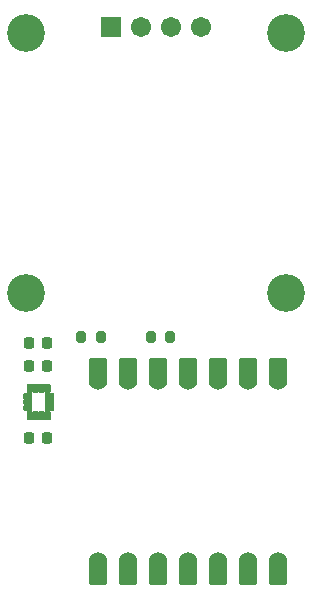
<source format=gbr>
%TF.GenerationSoftware,KiCad,Pcbnew,9.0.2*%
%TF.CreationDate,2025-08-22T23:07:11-04:00*%
%TF.ProjectId,Hermes,4865726d-6573-42e6-9b69-6361645f7063,rev?*%
%TF.SameCoordinates,Original*%
%TF.FileFunction,Soldermask,Top*%
%TF.FilePolarity,Negative*%
%FSLAX46Y46*%
G04 Gerber Fmt 4.6, Leading zero omitted, Abs format (unit mm)*
G04 Created by KiCad (PCBNEW 9.0.2) date 2025-08-22 23:07:11*
%MOMM*%
%LPD*%
G01*
G04 APERTURE LIST*
G04 Aperture macros list*
%AMRoundRect*
0 Rectangle with rounded corners*
0 $1 Rounding radius*
0 $2 $3 $4 $5 $6 $7 $8 $9 X,Y pos of 4 corners*
0 Add a 4 corners polygon primitive as box body*
4,1,4,$2,$3,$4,$5,$6,$7,$8,$9,$2,$3,0*
0 Add four circle primitives for the rounded corners*
1,1,$1+$1,$2,$3*
1,1,$1+$1,$4,$5*
1,1,$1+$1,$6,$7*
1,1,$1+$1,$8,$9*
0 Add four rect primitives between the rounded corners*
20,1,$1+$1,$2,$3,$4,$5,0*
20,1,$1+$1,$4,$5,$6,$7,0*
20,1,$1+$1,$6,$7,$8,$9,0*
20,1,$1+$1,$8,$9,$2,$3,0*%
G04 Aperture macros list end*
%ADD10C,0.010000*%
%ADD11RoundRect,0.225000X-0.225000X-0.250000X0.225000X-0.250000X0.225000X0.250000X-0.225000X0.250000X0*%
%ADD12RoundRect,0.200000X-0.200000X-0.275000X0.200000X-0.275000X0.200000X0.275000X-0.200000X0.275000X0*%
%ADD13RoundRect,0.102000X-0.754000X-0.754000X0.754000X-0.754000X0.754000X0.754000X-0.754000X0.754000X0*%
%ADD14C,1.712000*%
%ADD15C,3.204000*%
%ADD16RoundRect,0.152400X0.609600X-1.063600X0.609600X1.063600X-0.609600X1.063600X-0.609600X-1.063600X0*%
%ADD17C,1.524000*%
%ADD18RoundRect,0.152400X-0.609600X1.063600X-0.609600X-1.063600X0.609600X-1.063600X0.609600X1.063600X0*%
%ADD19RoundRect,0.225000X0.225000X0.250000X-0.225000X0.250000X-0.225000X-0.250000X0.225000X-0.250000X0*%
%ADD20RoundRect,0.200000X0.200000X0.275000X-0.200000X0.275000X-0.200000X-0.275000X0.200000X-0.275000X0*%
G04 APERTURE END LIST*
D10*
%TO.C,U2*%
X151318000Y-82476000D02*
X151325000Y-82477000D01*
X151331000Y-82478000D01*
X151337000Y-82479000D01*
X151344000Y-82481000D01*
X151350000Y-82483000D01*
X151356000Y-82486000D01*
X151362000Y-82489000D01*
X151368000Y-82492000D01*
X151373000Y-82495000D01*
X151378000Y-82499000D01*
X151384000Y-82503000D01*
X151389000Y-82507000D01*
X151393000Y-82512000D01*
X151398000Y-82516000D01*
X151402000Y-82521000D01*
X151406000Y-82527000D01*
X151410000Y-82532000D01*
X151413000Y-82538000D01*
X151416000Y-82543000D01*
X151419000Y-82549000D01*
X151422000Y-82555000D01*
X151424000Y-82561000D01*
X151426000Y-82568000D01*
X151427000Y-82574000D01*
X151428000Y-82580000D01*
X151429000Y-82587000D01*
X151430000Y-82593000D01*
X151430000Y-82600000D01*
X151430000Y-82800000D01*
X151430000Y-82807000D01*
X151429000Y-82813000D01*
X151428000Y-82820000D01*
X151427000Y-82826000D01*
X151426000Y-82832000D01*
X151424000Y-82839000D01*
X151422000Y-82845000D01*
X151419000Y-82851000D01*
X151416000Y-82857000D01*
X151413000Y-82863000D01*
X151410000Y-82868000D01*
X151406000Y-82873000D01*
X151402000Y-82879000D01*
X151398000Y-82884000D01*
X151393000Y-82888000D01*
X151389000Y-82893000D01*
X151384000Y-82897000D01*
X151378000Y-82901000D01*
X151373000Y-82905000D01*
X151368000Y-82908000D01*
X151362000Y-82911000D01*
X151356000Y-82914000D01*
X151350000Y-82917000D01*
X151344000Y-82919000D01*
X151337000Y-82921000D01*
X151331000Y-82922000D01*
X151325000Y-82923000D01*
X151318000Y-82924000D01*
X151312000Y-82925000D01*
X151305000Y-82925000D01*
X150865000Y-82925000D01*
X150858000Y-82925000D01*
X150852000Y-82924000D01*
X150845000Y-82923000D01*
X150839000Y-82922000D01*
X150833000Y-82921000D01*
X150826000Y-82919000D01*
X150820000Y-82917000D01*
X150814000Y-82914000D01*
X150808000Y-82911000D01*
X150802000Y-82908000D01*
X150797000Y-82905000D01*
X150792000Y-82901000D01*
X150786000Y-82897000D01*
X150781000Y-82893000D01*
X150777000Y-82888000D01*
X150772000Y-82884000D01*
X150768000Y-82879000D01*
X150764000Y-82873000D01*
X150760000Y-82868000D01*
X150757000Y-82862000D01*
X150754000Y-82857000D01*
X150751000Y-82851000D01*
X150748000Y-82845000D01*
X150746000Y-82839000D01*
X150744000Y-82832000D01*
X150743000Y-82826000D01*
X150742000Y-82820000D01*
X150741000Y-82813000D01*
X150740000Y-82807000D01*
X150740000Y-82800000D01*
X150740000Y-82600000D01*
X150740000Y-82593000D01*
X150741000Y-82587000D01*
X150742000Y-82580000D01*
X150743000Y-82574000D01*
X150744000Y-82568000D01*
X150746000Y-82561000D01*
X150748000Y-82555000D01*
X150751000Y-82549000D01*
X150754000Y-82543000D01*
X150757000Y-82538000D01*
X150760000Y-82532000D01*
X150764000Y-82527000D01*
X150768000Y-82521000D01*
X150772000Y-82516000D01*
X150777000Y-82512000D01*
X150781000Y-82507000D01*
X150786000Y-82503000D01*
X150792000Y-82499000D01*
X150797000Y-82495000D01*
X150802000Y-82492000D01*
X150808000Y-82489000D01*
X150814000Y-82486000D01*
X150820000Y-82483000D01*
X150826000Y-82481000D01*
X150833000Y-82479000D01*
X150839000Y-82478000D01*
X150845000Y-82477000D01*
X150852000Y-82476000D01*
X150858000Y-82475000D01*
X150865000Y-82475000D01*
X151305000Y-82475000D01*
X151312000Y-82475000D01*
X151318000Y-82476000D01*
G36*
X151318000Y-82476000D02*
G01*
X151325000Y-82477000D01*
X151331000Y-82478000D01*
X151337000Y-82479000D01*
X151344000Y-82481000D01*
X151350000Y-82483000D01*
X151356000Y-82486000D01*
X151362000Y-82489000D01*
X151368000Y-82492000D01*
X151373000Y-82495000D01*
X151378000Y-82499000D01*
X151384000Y-82503000D01*
X151389000Y-82507000D01*
X151393000Y-82512000D01*
X151398000Y-82516000D01*
X151402000Y-82521000D01*
X151406000Y-82527000D01*
X151410000Y-82532000D01*
X151413000Y-82538000D01*
X151416000Y-82543000D01*
X151419000Y-82549000D01*
X151422000Y-82555000D01*
X151424000Y-82561000D01*
X151426000Y-82568000D01*
X151427000Y-82574000D01*
X151428000Y-82580000D01*
X151429000Y-82587000D01*
X151430000Y-82593000D01*
X151430000Y-82600000D01*
X151430000Y-82800000D01*
X151430000Y-82807000D01*
X151429000Y-82813000D01*
X151428000Y-82820000D01*
X151427000Y-82826000D01*
X151426000Y-82832000D01*
X151424000Y-82839000D01*
X151422000Y-82845000D01*
X151419000Y-82851000D01*
X151416000Y-82857000D01*
X151413000Y-82863000D01*
X151410000Y-82868000D01*
X151406000Y-82873000D01*
X151402000Y-82879000D01*
X151398000Y-82884000D01*
X151393000Y-82888000D01*
X151389000Y-82893000D01*
X151384000Y-82897000D01*
X151378000Y-82901000D01*
X151373000Y-82905000D01*
X151368000Y-82908000D01*
X151362000Y-82911000D01*
X151356000Y-82914000D01*
X151350000Y-82917000D01*
X151344000Y-82919000D01*
X151337000Y-82921000D01*
X151331000Y-82922000D01*
X151325000Y-82923000D01*
X151318000Y-82924000D01*
X151312000Y-82925000D01*
X151305000Y-82925000D01*
X150865000Y-82925000D01*
X150858000Y-82925000D01*
X150852000Y-82924000D01*
X150845000Y-82923000D01*
X150839000Y-82922000D01*
X150833000Y-82921000D01*
X150826000Y-82919000D01*
X150820000Y-82917000D01*
X150814000Y-82914000D01*
X150808000Y-82911000D01*
X150802000Y-82908000D01*
X150797000Y-82905000D01*
X150792000Y-82901000D01*
X150786000Y-82897000D01*
X150781000Y-82893000D01*
X150777000Y-82888000D01*
X150772000Y-82884000D01*
X150768000Y-82879000D01*
X150764000Y-82873000D01*
X150760000Y-82868000D01*
X150757000Y-82862000D01*
X150754000Y-82857000D01*
X150751000Y-82851000D01*
X150748000Y-82845000D01*
X150746000Y-82839000D01*
X150744000Y-82832000D01*
X150743000Y-82826000D01*
X150742000Y-82820000D01*
X150741000Y-82813000D01*
X150740000Y-82807000D01*
X150740000Y-82800000D01*
X150740000Y-82600000D01*
X150740000Y-82593000D01*
X150741000Y-82587000D01*
X150742000Y-82580000D01*
X150743000Y-82574000D01*
X150744000Y-82568000D01*
X150746000Y-82561000D01*
X150748000Y-82555000D01*
X150751000Y-82549000D01*
X150754000Y-82543000D01*
X150757000Y-82538000D01*
X150760000Y-82532000D01*
X150764000Y-82527000D01*
X150768000Y-82521000D01*
X150772000Y-82516000D01*
X150777000Y-82512000D01*
X150781000Y-82507000D01*
X150786000Y-82503000D01*
X150792000Y-82499000D01*
X150797000Y-82495000D01*
X150802000Y-82492000D01*
X150808000Y-82489000D01*
X150814000Y-82486000D01*
X150820000Y-82483000D01*
X150826000Y-82481000D01*
X150833000Y-82479000D01*
X150839000Y-82478000D01*
X150845000Y-82477000D01*
X150852000Y-82476000D01*
X150858000Y-82475000D01*
X150865000Y-82475000D01*
X151305000Y-82475000D01*
X151312000Y-82475000D01*
X151318000Y-82476000D01*
G37*
X151318000Y-82976000D02*
X151325000Y-82977000D01*
X151331000Y-82978000D01*
X151337000Y-82979000D01*
X151344000Y-82981000D01*
X151350000Y-82983000D01*
X151356000Y-82986000D01*
X151362000Y-82989000D01*
X151368000Y-82992000D01*
X151373000Y-82995000D01*
X151378000Y-82999000D01*
X151384000Y-83003000D01*
X151389000Y-83007000D01*
X151393000Y-83012000D01*
X151398000Y-83016000D01*
X151402000Y-83021000D01*
X151406000Y-83027000D01*
X151410000Y-83032000D01*
X151413000Y-83037000D01*
X151416000Y-83043000D01*
X151419000Y-83049000D01*
X151422000Y-83055000D01*
X151424000Y-83061000D01*
X151426000Y-83068000D01*
X151427000Y-83074000D01*
X151428000Y-83080000D01*
X151429000Y-83087000D01*
X151430000Y-83093000D01*
X151430000Y-83100000D01*
X151430000Y-83300000D01*
X151430000Y-83307000D01*
X151429000Y-83313000D01*
X151428000Y-83320000D01*
X151427000Y-83326000D01*
X151426000Y-83332000D01*
X151424000Y-83339000D01*
X151422000Y-83345000D01*
X151419000Y-83351000D01*
X151416000Y-83357000D01*
X151413000Y-83363000D01*
X151410000Y-83368000D01*
X151406000Y-83373000D01*
X151402000Y-83379000D01*
X151398000Y-83384000D01*
X151393000Y-83388000D01*
X151389000Y-83393000D01*
X151384000Y-83397000D01*
X151378000Y-83401000D01*
X151373000Y-83405000D01*
X151368000Y-83408000D01*
X151362000Y-83411000D01*
X151356000Y-83414000D01*
X151350000Y-83417000D01*
X151344000Y-83419000D01*
X151337000Y-83421000D01*
X151331000Y-83422000D01*
X151325000Y-83423000D01*
X151318000Y-83424000D01*
X151312000Y-83425000D01*
X151305000Y-83425000D01*
X150865000Y-83425000D01*
X150858000Y-83425000D01*
X150852000Y-83424000D01*
X150845000Y-83423000D01*
X150839000Y-83422000D01*
X150833000Y-83421000D01*
X150826000Y-83419000D01*
X150820000Y-83417000D01*
X150814000Y-83414000D01*
X150808000Y-83411000D01*
X150802000Y-83408000D01*
X150797000Y-83405000D01*
X150792000Y-83401000D01*
X150786000Y-83397000D01*
X150781000Y-83393000D01*
X150777000Y-83388000D01*
X150772000Y-83384000D01*
X150768000Y-83379000D01*
X150764000Y-83373000D01*
X150760000Y-83368000D01*
X150757000Y-83362000D01*
X150754000Y-83357000D01*
X150751000Y-83351000D01*
X150748000Y-83345000D01*
X150746000Y-83339000D01*
X150744000Y-83332000D01*
X150743000Y-83326000D01*
X150742000Y-83320000D01*
X150741000Y-83313000D01*
X150740000Y-83307000D01*
X150740000Y-83300000D01*
X150740000Y-83100000D01*
X150740000Y-83093000D01*
X150741000Y-83087000D01*
X150742000Y-83080000D01*
X150743000Y-83074000D01*
X150744000Y-83068000D01*
X150746000Y-83061000D01*
X150748000Y-83055000D01*
X150751000Y-83049000D01*
X150754000Y-83043000D01*
X150757000Y-83037000D01*
X150760000Y-83032000D01*
X150764000Y-83027000D01*
X150768000Y-83021000D01*
X150772000Y-83016000D01*
X150777000Y-83012000D01*
X150781000Y-83007000D01*
X150786000Y-83003000D01*
X150792000Y-82999000D01*
X150797000Y-82995000D01*
X150802000Y-82992000D01*
X150808000Y-82989000D01*
X150814000Y-82986000D01*
X150820000Y-82983000D01*
X150826000Y-82981000D01*
X150833000Y-82979000D01*
X150839000Y-82978000D01*
X150845000Y-82977000D01*
X150852000Y-82976000D01*
X150858000Y-82975000D01*
X150865000Y-82975000D01*
X151305000Y-82975000D01*
X151312000Y-82975000D01*
X151318000Y-82976000D01*
G36*
X151318000Y-82976000D02*
G01*
X151325000Y-82977000D01*
X151331000Y-82978000D01*
X151337000Y-82979000D01*
X151344000Y-82981000D01*
X151350000Y-82983000D01*
X151356000Y-82986000D01*
X151362000Y-82989000D01*
X151368000Y-82992000D01*
X151373000Y-82995000D01*
X151378000Y-82999000D01*
X151384000Y-83003000D01*
X151389000Y-83007000D01*
X151393000Y-83012000D01*
X151398000Y-83016000D01*
X151402000Y-83021000D01*
X151406000Y-83027000D01*
X151410000Y-83032000D01*
X151413000Y-83037000D01*
X151416000Y-83043000D01*
X151419000Y-83049000D01*
X151422000Y-83055000D01*
X151424000Y-83061000D01*
X151426000Y-83068000D01*
X151427000Y-83074000D01*
X151428000Y-83080000D01*
X151429000Y-83087000D01*
X151430000Y-83093000D01*
X151430000Y-83100000D01*
X151430000Y-83300000D01*
X151430000Y-83307000D01*
X151429000Y-83313000D01*
X151428000Y-83320000D01*
X151427000Y-83326000D01*
X151426000Y-83332000D01*
X151424000Y-83339000D01*
X151422000Y-83345000D01*
X151419000Y-83351000D01*
X151416000Y-83357000D01*
X151413000Y-83363000D01*
X151410000Y-83368000D01*
X151406000Y-83373000D01*
X151402000Y-83379000D01*
X151398000Y-83384000D01*
X151393000Y-83388000D01*
X151389000Y-83393000D01*
X151384000Y-83397000D01*
X151378000Y-83401000D01*
X151373000Y-83405000D01*
X151368000Y-83408000D01*
X151362000Y-83411000D01*
X151356000Y-83414000D01*
X151350000Y-83417000D01*
X151344000Y-83419000D01*
X151337000Y-83421000D01*
X151331000Y-83422000D01*
X151325000Y-83423000D01*
X151318000Y-83424000D01*
X151312000Y-83425000D01*
X151305000Y-83425000D01*
X150865000Y-83425000D01*
X150858000Y-83425000D01*
X150852000Y-83424000D01*
X150845000Y-83423000D01*
X150839000Y-83422000D01*
X150833000Y-83421000D01*
X150826000Y-83419000D01*
X150820000Y-83417000D01*
X150814000Y-83414000D01*
X150808000Y-83411000D01*
X150802000Y-83408000D01*
X150797000Y-83405000D01*
X150792000Y-83401000D01*
X150786000Y-83397000D01*
X150781000Y-83393000D01*
X150777000Y-83388000D01*
X150772000Y-83384000D01*
X150768000Y-83379000D01*
X150764000Y-83373000D01*
X150760000Y-83368000D01*
X150757000Y-83362000D01*
X150754000Y-83357000D01*
X150751000Y-83351000D01*
X150748000Y-83345000D01*
X150746000Y-83339000D01*
X150744000Y-83332000D01*
X150743000Y-83326000D01*
X150742000Y-83320000D01*
X150741000Y-83313000D01*
X150740000Y-83307000D01*
X150740000Y-83300000D01*
X150740000Y-83100000D01*
X150740000Y-83093000D01*
X150741000Y-83087000D01*
X150742000Y-83080000D01*
X150743000Y-83074000D01*
X150744000Y-83068000D01*
X150746000Y-83061000D01*
X150748000Y-83055000D01*
X150751000Y-83049000D01*
X150754000Y-83043000D01*
X150757000Y-83037000D01*
X150760000Y-83032000D01*
X150764000Y-83027000D01*
X150768000Y-83021000D01*
X150772000Y-83016000D01*
X150777000Y-83012000D01*
X150781000Y-83007000D01*
X150786000Y-83003000D01*
X150792000Y-82999000D01*
X150797000Y-82995000D01*
X150802000Y-82992000D01*
X150808000Y-82989000D01*
X150814000Y-82986000D01*
X150820000Y-82983000D01*
X150826000Y-82981000D01*
X150833000Y-82979000D01*
X150839000Y-82978000D01*
X150845000Y-82977000D01*
X150852000Y-82976000D01*
X150858000Y-82975000D01*
X150865000Y-82975000D01*
X151305000Y-82975000D01*
X151312000Y-82975000D01*
X151318000Y-82976000D01*
G37*
X151318000Y-83476000D02*
X151325000Y-83477000D01*
X151331000Y-83478000D01*
X151337000Y-83479000D01*
X151344000Y-83481000D01*
X151350000Y-83483000D01*
X151356000Y-83486000D01*
X151362000Y-83489000D01*
X151368000Y-83492000D01*
X151373000Y-83495000D01*
X151378000Y-83499000D01*
X151384000Y-83503000D01*
X151389000Y-83507000D01*
X151393000Y-83512000D01*
X151398000Y-83516000D01*
X151402000Y-83521000D01*
X151406000Y-83527000D01*
X151410000Y-83532000D01*
X151413000Y-83538000D01*
X151416000Y-83543000D01*
X151419000Y-83549000D01*
X151422000Y-83555000D01*
X151424000Y-83561000D01*
X151426000Y-83568000D01*
X151427000Y-83574000D01*
X151428000Y-83580000D01*
X151429000Y-83587000D01*
X151430000Y-83593000D01*
X151430000Y-83600000D01*
X151430000Y-83800000D01*
X151430000Y-83807000D01*
X151429000Y-83813000D01*
X151428000Y-83820000D01*
X151427000Y-83826000D01*
X151426000Y-83832000D01*
X151424000Y-83839000D01*
X151422000Y-83845000D01*
X151419000Y-83851000D01*
X151416000Y-83857000D01*
X151413000Y-83863000D01*
X151410000Y-83868000D01*
X151406000Y-83873000D01*
X151402000Y-83879000D01*
X151398000Y-83884000D01*
X151393000Y-83888000D01*
X151389000Y-83893000D01*
X151384000Y-83897000D01*
X151378000Y-83901000D01*
X151373000Y-83905000D01*
X151368000Y-83908000D01*
X151362000Y-83911000D01*
X151356000Y-83914000D01*
X151350000Y-83917000D01*
X151344000Y-83919000D01*
X151337000Y-83921000D01*
X151331000Y-83922000D01*
X151325000Y-83923000D01*
X151318000Y-83924000D01*
X151312000Y-83925000D01*
X151305000Y-83925000D01*
X150865000Y-83925000D01*
X150858000Y-83925000D01*
X150852000Y-83924000D01*
X150845000Y-83923000D01*
X150839000Y-83922000D01*
X150833000Y-83921000D01*
X150826000Y-83919000D01*
X150820000Y-83917000D01*
X150814000Y-83914000D01*
X150808000Y-83911000D01*
X150802000Y-83908000D01*
X150797000Y-83905000D01*
X150792000Y-83901000D01*
X150786000Y-83897000D01*
X150781000Y-83893000D01*
X150777000Y-83888000D01*
X150772000Y-83884000D01*
X150768000Y-83879000D01*
X150764000Y-83873000D01*
X150760000Y-83868000D01*
X150757000Y-83862000D01*
X150754000Y-83857000D01*
X150751000Y-83851000D01*
X150748000Y-83845000D01*
X150746000Y-83839000D01*
X150744000Y-83832000D01*
X150743000Y-83826000D01*
X150742000Y-83820000D01*
X150741000Y-83813000D01*
X150740000Y-83807000D01*
X150740000Y-83800000D01*
X150740000Y-83600000D01*
X150740000Y-83593000D01*
X150741000Y-83587000D01*
X150742000Y-83580000D01*
X150743000Y-83574000D01*
X150744000Y-83568000D01*
X150746000Y-83561000D01*
X150748000Y-83555000D01*
X150751000Y-83549000D01*
X150754000Y-83543000D01*
X150757000Y-83538000D01*
X150760000Y-83532000D01*
X150764000Y-83527000D01*
X150768000Y-83521000D01*
X150772000Y-83516000D01*
X150777000Y-83512000D01*
X150781000Y-83507000D01*
X150786000Y-83503000D01*
X150792000Y-83499000D01*
X150797000Y-83495000D01*
X150802000Y-83492000D01*
X150808000Y-83489000D01*
X150814000Y-83486000D01*
X150820000Y-83483000D01*
X150826000Y-83481000D01*
X150833000Y-83479000D01*
X150839000Y-83478000D01*
X150845000Y-83477000D01*
X150852000Y-83476000D01*
X150858000Y-83475000D01*
X150865000Y-83475000D01*
X151305000Y-83475000D01*
X151312000Y-83475000D01*
X151318000Y-83476000D01*
G36*
X151318000Y-83476000D02*
G01*
X151325000Y-83477000D01*
X151331000Y-83478000D01*
X151337000Y-83479000D01*
X151344000Y-83481000D01*
X151350000Y-83483000D01*
X151356000Y-83486000D01*
X151362000Y-83489000D01*
X151368000Y-83492000D01*
X151373000Y-83495000D01*
X151378000Y-83499000D01*
X151384000Y-83503000D01*
X151389000Y-83507000D01*
X151393000Y-83512000D01*
X151398000Y-83516000D01*
X151402000Y-83521000D01*
X151406000Y-83527000D01*
X151410000Y-83532000D01*
X151413000Y-83538000D01*
X151416000Y-83543000D01*
X151419000Y-83549000D01*
X151422000Y-83555000D01*
X151424000Y-83561000D01*
X151426000Y-83568000D01*
X151427000Y-83574000D01*
X151428000Y-83580000D01*
X151429000Y-83587000D01*
X151430000Y-83593000D01*
X151430000Y-83600000D01*
X151430000Y-83800000D01*
X151430000Y-83807000D01*
X151429000Y-83813000D01*
X151428000Y-83820000D01*
X151427000Y-83826000D01*
X151426000Y-83832000D01*
X151424000Y-83839000D01*
X151422000Y-83845000D01*
X151419000Y-83851000D01*
X151416000Y-83857000D01*
X151413000Y-83863000D01*
X151410000Y-83868000D01*
X151406000Y-83873000D01*
X151402000Y-83879000D01*
X151398000Y-83884000D01*
X151393000Y-83888000D01*
X151389000Y-83893000D01*
X151384000Y-83897000D01*
X151378000Y-83901000D01*
X151373000Y-83905000D01*
X151368000Y-83908000D01*
X151362000Y-83911000D01*
X151356000Y-83914000D01*
X151350000Y-83917000D01*
X151344000Y-83919000D01*
X151337000Y-83921000D01*
X151331000Y-83922000D01*
X151325000Y-83923000D01*
X151318000Y-83924000D01*
X151312000Y-83925000D01*
X151305000Y-83925000D01*
X150865000Y-83925000D01*
X150858000Y-83925000D01*
X150852000Y-83924000D01*
X150845000Y-83923000D01*
X150839000Y-83922000D01*
X150833000Y-83921000D01*
X150826000Y-83919000D01*
X150820000Y-83917000D01*
X150814000Y-83914000D01*
X150808000Y-83911000D01*
X150802000Y-83908000D01*
X150797000Y-83905000D01*
X150792000Y-83901000D01*
X150786000Y-83897000D01*
X150781000Y-83893000D01*
X150777000Y-83888000D01*
X150772000Y-83884000D01*
X150768000Y-83879000D01*
X150764000Y-83873000D01*
X150760000Y-83868000D01*
X150757000Y-83862000D01*
X150754000Y-83857000D01*
X150751000Y-83851000D01*
X150748000Y-83845000D01*
X150746000Y-83839000D01*
X150744000Y-83832000D01*
X150743000Y-83826000D01*
X150742000Y-83820000D01*
X150741000Y-83813000D01*
X150740000Y-83807000D01*
X150740000Y-83800000D01*
X150740000Y-83600000D01*
X150740000Y-83593000D01*
X150741000Y-83587000D01*
X150742000Y-83580000D01*
X150743000Y-83574000D01*
X150744000Y-83568000D01*
X150746000Y-83561000D01*
X150748000Y-83555000D01*
X150751000Y-83549000D01*
X150754000Y-83543000D01*
X150757000Y-83538000D01*
X150760000Y-83532000D01*
X150764000Y-83527000D01*
X150768000Y-83521000D01*
X150772000Y-83516000D01*
X150777000Y-83512000D01*
X150781000Y-83507000D01*
X150786000Y-83503000D01*
X150792000Y-83499000D01*
X150797000Y-83495000D01*
X150802000Y-83492000D01*
X150808000Y-83489000D01*
X150814000Y-83486000D01*
X150820000Y-83483000D01*
X150826000Y-83481000D01*
X150833000Y-83479000D01*
X150839000Y-83478000D01*
X150845000Y-83477000D01*
X150852000Y-83476000D01*
X150858000Y-83475000D01*
X150865000Y-83475000D01*
X151305000Y-83475000D01*
X151312000Y-83475000D01*
X151318000Y-83476000D01*
G37*
X151363000Y-81691000D02*
X151370000Y-81692000D01*
X151376000Y-81693000D01*
X151382000Y-81694000D01*
X151389000Y-81696000D01*
X151395000Y-81698000D01*
X151401000Y-81701000D01*
X151407000Y-81704000D01*
X151412000Y-81707000D01*
X151418000Y-81710000D01*
X151423000Y-81714000D01*
X151429000Y-81718000D01*
X151434000Y-81722000D01*
X151438000Y-81727000D01*
X151443000Y-81731000D01*
X151447000Y-81736000D01*
X151451000Y-81742000D01*
X151455000Y-81747000D01*
X151458000Y-81752000D01*
X151461000Y-81758000D01*
X151464000Y-81764000D01*
X151467000Y-81770000D01*
X151469000Y-81776000D01*
X151471000Y-81783000D01*
X151472000Y-81789000D01*
X151473000Y-81795000D01*
X151474000Y-81802000D01*
X151475000Y-81808000D01*
X151475000Y-81815000D01*
X151475000Y-82255000D01*
X151475000Y-82262000D01*
X151474000Y-82268000D01*
X151473000Y-82275000D01*
X151472000Y-82281000D01*
X151471000Y-82287000D01*
X151469000Y-82294000D01*
X151467000Y-82300000D01*
X151464000Y-82306000D01*
X151461000Y-82312000D01*
X151458000Y-82318000D01*
X151455000Y-82323000D01*
X151451000Y-82328000D01*
X151447000Y-82334000D01*
X151443000Y-82339000D01*
X151438000Y-82343000D01*
X151434000Y-82348000D01*
X151429000Y-82352000D01*
X151423000Y-82356000D01*
X151418000Y-82360000D01*
X151412000Y-82363000D01*
X151407000Y-82366000D01*
X151401000Y-82369000D01*
X151395000Y-82372000D01*
X151389000Y-82374000D01*
X151382000Y-82376000D01*
X151376000Y-82377000D01*
X151370000Y-82378000D01*
X151363000Y-82379000D01*
X151357000Y-82380000D01*
X151350000Y-82380000D01*
X151150000Y-82380000D01*
X151143000Y-82380000D01*
X151137000Y-82379000D01*
X151130000Y-82378000D01*
X151124000Y-82377000D01*
X151118000Y-82376000D01*
X151111000Y-82374000D01*
X151105000Y-82372000D01*
X151099000Y-82369000D01*
X151093000Y-82366000D01*
X151088000Y-82363000D01*
X151082000Y-82360000D01*
X151077000Y-82356000D01*
X151071000Y-82352000D01*
X151066000Y-82348000D01*
X151062000Y-82343000D01*
X151057000Y-82339000D01*
X151053000Y-82334000D01*
X151049000Y-82328000D01*
X151045000Y-82323000D01*
X151042000Y-82318000D01*
X151039000Y-82312000D01*
X151036000Y-82306000D01*
X151033000Y-82300000D01*
X151031000Y-82294000D01*
X151029000Y-82287000D01*
X151028000Y-82281000D01*
X151027000Y-82275000D01*
X151026000Y-82268000D01*
X151025000Y-82262000D01*
X151025000Y-82255000D01*
X151025000Y-81815000D01*
X151025000Y-81808000D01*
X151026000Y-81802000D01*
X151027000Y-81795000D01*
X151028000Y-81789000D01*
X151029000Y-81783000D01*
X151031000Y-81776000D01*
X151033000Y-81770000D01*
X151036000Y-81764000D01*
X151039000Y-81758000D01*
X151042000Y-81752000D01*
X151045000Y-81747000D01*
X151049000Y-81742000D01*
X151053000Y-81736000D01*
X151057000Y-81731000D01*
X151062000Y-81727000D01*
X151066000Y-81722000D01*
X151071000Y-81718000D01*
X151077000Y-81714000D01*
X151082000Y-81710000D01*
X151088000Y-81707000D01*
X151093000Y-81704000D01*
X151099000Y-81701000D01*
X151105000Y-81698000D01*
X151111000Y-81696000D01*
X151118000Y-81694000D01*
X151124000Y-81693000D01*
X151130000Y-81692000D01*
X151137000Y-81691000D01*
X151143000Y-81690000D01*
X151150000Y-81690000D01*
X151350000Y-81690000D01*
X151357000Y-81690000D01*
X151363000Y-81691000D01*
G36*
X151363000Y-81691000D02*
G01*
X151370000Y-81692000D01*
X151376000Y-81693000D01*
X151382000Y-81694000D01*
X151389000Y-81696000D01*
X151395000Y-81698000D01*
X151401000Y-81701000D01*
X151407000Y-81704000D01*
X151412000Y-81707000D01*
X151418000Y-81710000D01*
X151423000Y-81714000D01*
X151429000Y-81718000D01*
X151434000Y-81722000D01*
X151438000Y-81727000D01*
X151443000Y-81731000D01*
X151447000Y-81736000D01*
X151451000Y-81742000D01*
X151455000Y-81747000D01*
X151458000Y-81752000D01*
X151461000Y-81758000D01*
X151464000Y-81764000D01*
X151467000Y-81770000D01*
X151469000Y-81776000D01*
X151471000Y-81783000D01*
X151472000Y-81789000D01*
X151473000Y-81795000D01*
X151474000Y-81802000D01*
X151475000Y-81808000D01*
X151475000Y-81815000D01*
X151475000Y-82255000D01*
X151475000Y-82262000D01*
X151474000Y-82268000D01*
X151473000Y-82275000D01*
X151472000Y-82281000D01*
X151471000Y-82287000D01*
X151469000Y-82294000D01*
X151467000Y-82300000D01*
X151464000Y-82306000D01*
X151461000Y-82312000D01*
X151458000Y-82318000D01*
X151455000Y-82323000D01*
X151451000Y-82328000D01*
X151447000Y-82334000D01*
X151443000Y-82339000D01*
X151438000Y-82343000D01*
X151434000Y-82348000D01*
X151429000Y-82352000D01*
X151423000Y-82356000D01*
X151418000Y-82360000D01*
X151412000Y-82363000D01*
X151407000Y-82366000D01*
X151401000Y-82369000D01*
X151395000Y-82372000D01*
X151389000Y-82374000D01*
X151382000Y-82376000D01*
X151376000Y-82377000D01*
X151370000Y-82378000D01*
X151363000Y-82379000D01*
X151357000Y-82380000D01*
X151350000Y-82380000D01*
X151150000Y-82380000D01*
X151143000Y-82380000D01*
X151137000Y-82379000D01*
X151130000Y-82378000D01*
X151124000Y-82377000D01*
X151118000Y-82376000D01*
X151111000Y-82374000D01*
X151105000Y-82372000D01*
X151099000Y-82369000D01*
X151093000Y-82366000D01*
X151088000Y-82363000D01*
X151082000Y-82360000D01*
X151077000Y-82356000D01*
X151071000Y-82352000D01*
X151066000Y-82348000D01*
X151062000Y-82343000D01*
X151057000Y-82339000D01*
X151053000Y-82334000D01*
X151049000Y-82328000D01*
X151045000Y-82323000D01*
X151042000Y-82318000D01*
X151039000Y-82312000D01*
X151036000Y-82306000D01*
X151033000Y-82300000D01*
X151031000Y-82294000D01*
X151029000Y-82287000D01*
X151028000Y-82281000D01*
X151027000Y-82275000D01*
X151026000Y-82268000D01*
X151025000Y-82262000D01*
X151025000Y-82255000D01*
X151025000Y-81815000D01*
X151025000Y-81808000D01*
X151026000Y-81802000D01*
X151027000Y-81795000D01*
X151028000Y-81789000D01*
X151029000Y-81783000D01*
X151031000Y-81776000D01*
X151033000Y-81770000D01*
X151036000Y-81764000D01*
X151039000Y-81758000D01*
X151042000Y-81752000D01*
X151045000Y-81747000D01*
X151049000Y-81742000D01*
X151053000Y-81736000D01*
X151057000Y-81731000D01*
X151062000Y-81727000D01*
X151066000Y-81722000D01*
X151071000Y-81718000D01*
X151077000Y-81714000D01*
X151082000Y-81710000D01*
X151088000Y-81707000D01*
X151093000Y-81704000D01*
X151099000Y-81701000D01*
X151105000Y-81698000D01*
X151111000Y-81696000D01*
X151118000Y-81694000D01*
X151124000Y-81693000D01*
X151130000Y-81692000D01*
X151137000Y-81691000D01*
X151143000Y-81690000D01*
X151150000Y-81690000D01*
X151350000Y-81690000D01*
X151357000Y-81690000D01*
X151363000Y-81691000D01*
G37*
X151363000Y-84021000D02*
X151370000Y-84022000D01*
X151376000Y-84023000D01*
X151382000Y-84024000D01*
X151389000Y-84026000D01*
X151395000Y-84028000D01*
X151401000Y-84031000D01*
X151407000Y-84034000D01*
X151412000Y-84037000D01*
X151418000Y-84040000D01*
X151423000Y-84044000D01*
X151429000Y-84048000D01*
X151434000Y-84052000D01*
X151438000Y-84057000D01*
X151443000Y-84061000D01*
X151447000Y-84066000D01*
X151451000Y-84072000D01*
X151455000Y-84077000D01*
X151458000Y-84082000D01*
X151461000Y-84088000D01*
X151464000Y-84094000D01*
X151467000Y-84100000D01*
X151469000Y-84106000D01*
X151471000Y-84113000D01*
X151472000Y-84119000D01*
X151473000Y-84125000D01*
X151474000Y-84132000D01*
X151475000Y-84138000D01*
X151475000Y-84145000D01*
X151475000Y-84585000D01*
X151475000Y-84592000D01*
X151474000Y-84598000D01*
X151473000Y-84605000D01*
X151472000Y-84611000D01*
X151471000Y-84617000D01*
X151469000Y-84624000D01*
X151467000Y-84630000D01*
X151464000Y-84636000D01*
X151461000Y-84642000D01*
X151458000Y-84648000D01*
X151455000Y-84653000D01*
X151451000Y-84658000D01*
X151447000Y-84664000D01*
X151443000Y-84669000D01*
X151438000Y-84673000D01*
X151434000Y-84678000D01*
X151429000Y-84682000D01*
X151423000Y-84686000D01*
X151418000Y-84690000D01*
X151412000Y-84693000D01*
X151407000Y-84696000D01*
X151401000Y-84699000D01*
X151395000Y-84702000D01*
X151389000Y-84704000D01*
X151382000Y-84706000D01*
X151376000Y-84707000D01*
X151370000Y-84708000D01*
X151363000Y-84709000D01*
X151357000Y-84710000D01*
X151350000Y-84710000D01*
X151150000Y-84710000D01*
X151143000Y-84710000D01*
X151137000Y-84709000D01*
X151130000Y-84708000D01*
X151124000Y-84707000D01*
X151118000Y-84706000D01*
X151111000Y-84704000D01*
X151105000Y-84702000D01*
X151099000Y-84699000D01*
X151093000Y-84696000D01*
X151088000Y-84693000D01*
X151082000Y-84690000D01*
X151077000Y-84686000D01*
X151071000Y-84682000D01*
X151066000Y-84678000D01*
X151062000Y-84673000D01*
X151057000Y-84669000D01*
X151053000Y-84664000D01*
X151049000Y-84658000D01*
X151045000Y-84653000D01*
X151042000Y-84648000D01*
X151039000Y-84642000D01*
X151036000Y-84636000D01*
X151033000Y-84630000D01*
X151031000Y-84624000D01*
X151029000Y-84617000D01*
X151028000Y-84611000D01*
X151027000Y-84605000D01*
X151026000Y-84598000D01*
X151025000Y-84592000D01*
X151025000Y-84585000D01*
X151025000Y-84145000D01*
X151025000Y-84138000D01*
X151026000Y-84132000D01*
X151027000Y-84125000D01*
X151028000Y-84119000D01*
X151029000Y-84113000D01*
X151031000Y-84106000D01*
X151033000Y-84100000D01*
X151036000Y-84094000D01*
X151039000Y-84088000D01*
X151042000Y-84082000D01*
X151045000Y-84077000D01*
X151049000Y-84072000D01*
X151053000Y-84066000D01*
X151057000Y-84061000D01*
X151062000Y-84057000D01*
X151066000Y-84052000D01*
X151071000Y-84048000D01*
X151077000Y-84044000D01*
X151082000Y-84040000D01*
X151088000Y-84037000D01*
X151093000Y-84034000D01*
X151099000Y-84031000D01*
X151105000Y-84028000D01*
X151111000Y-84026000D01*
X151118000Y-84024000D01*
X151124000Y-84023000D01*
X151130000Y-84022000D01*
X151137000Y-84021000D01*
X151143000Y-84020000D01*
X151150000Y-84020000D01*
X151350000Y-84020000D01*
X151357000Y-84020000D01*
X151363000Y-84021000D01*
G36*
X151363000Y-84021000D02*
G01*
X151370000Y-84022000D01*
X151376000Y-84023000D01*
X151382000Y-84024000D01*
X151389000Y-84026000D01*
X151395000Y-84028000D01*
X151401000Y-84031000D01*
X151407000Y-84034000D01*
X151412000Y-84037000D01*
X151418000Y-84040000D01*
X151423000Y-84044000D01*
X151429000Y-84048000D01*
X151434000Y-84052000D01*
X151438000Y-84057000D01*
X151443000Y-84061000D01*
X151447000Y-84066000D01*
X151451000Y-84072000D01*
X151455000Y-84077000D01*
X151458000Y-84082000D01*
X151461000Y-84088000D01*
X151464000Y-84094000D01*
X151467000Y-84100000D01*
X151469000Y-84106000D01*
X151471000Y-84113000D01*
X151472000Y-84119000D01*
X151473000Y-84125000D01*
X151474000Y-84132000D01*
X151475000Y-84138000D01*
X151475000Y-84145000D01*
X151475000Y-84585000D01*
X151475000Y-84592000D01*
X151474000Y-84598000D01*
X151473000Y-84605000D01*
X151472000Y-84611000D01*
X151471000Y-84617000D01*
X151469000Y-84624000D01*
X151467000Y-84630000D01*
X151464000Y-84636000D01*
X151461000Y-84642000D01*
X151458000Y-84648000D01*
X151455000Y-84653000D01*
X151451000Y-84658000D01*
X151447000Y-84664000D01*
X151443000Y-84669000D01*
X151438000Y-84673000D01*
X151434000Y-84678000D01*
X151429000Y-84682000D01*
X151423000Y-84686000D01*
X151418000Y-84690000D01*
X151412000Y-84693000D01*
X151407000Y-84696000D01*
X151401000Y-84699000D01*
X151395000Y-84702000D01*
X151389000Y-84704000D01*
X151382000Y-84706000D01*
X151376000Y-84707000D01*
X151370000Y-84708000D01*
X151363000Y-84709000D01*
X151357000Y-84710000D01*
X151350000Y-84710000D01*
X151150000Y-84710000D01*
X151143000Y-84710000D01*
X151137000Y-84709000D01*
X151130000Y-84708000D01*
X151124000Y-84707000D01*
X151118000Y-84706000D01*
X151111000Y-84704000D01*
X151105000Y-84702000D01*
X151099000Y-84699000D01*
X151093000Y-84696000D01*
X151088000Y-84693000D01*
X151082000Y-84690000D01*
X151077000Y-84686000D01*
X151071000Y-84682000D01*
X151066000Y-84678000D01*
X151062000Y-84673000D01*
X151057000Y-84669000D01*
X151053000Y-84664000D01*
X151049000Y-84658000D01*
X151045000Y-84653000D01*
X151042000Y-84648000D01*
X151039000Y-84642000D01*
X151036000Y-84636000D01*
X151033000Y-84630000D01*
X151031000Y-84624000D01*
X151029000Y-84617000D01*
X151028000Y-84611000D01*
X151027000Y-84605000D01*
X151026000Y-84598000D01*
X151025000Y-84592000D01*
X151025000Y-84585000D01*
X151025000Y-84145000D01*
X151025000Y-84138000D01*
X151026000Y-84132000D01*
X151027000Y-84125000D01*
X151028000Y-84119000D01*
X151029000Y-84113000D01*
X151031000Y-84106000D01*
X151033000Y-84100000D01*
X151036000Y-84094000D01*
X151039000Y-84088000D01*
X151042000Y-84082000D01*
X151045000Y-84077000D01*
X151049000Y-84072000D01*
X151053000Y-84066000D01*
X151057000Y-84061000D01*
X151062000Y-84057000D01*
X151066000Y-84052000D01*
X151071000Y-84048000D01*
X151077000Y-84044000D01*
X151082000Y-84040000D01*
X151088000Y-84037000D01*
X151093000Y-84034000D01*
X151099000Y-84031000D01*
X151105000Y-84028000D01*
X151111000Y-84026000D01*
X151118000Y-84024000D01*
X151124000Y-84023000D01*
X151130000Y-84022000D01*
X151137000Y-84021000D01*
X151143000Y-84020000D01*
X151150000Y-84020000D01*
X151350000Y-84020000D01*
X151357000Y-84020000D01*
X151363000Y-84021000D01*
G37*
X151863000Y-81691000D02*
X151870000Y-81692000D01*
X151876000Y-81693000D01*
X151882000Y-81694000D01*
X151889000Y-81696000D01*
X151895000Y-81698000D01*
X151901000Y-81701000D01*
X151907000Y-81704000D01*
X151912000Y-81707000D01*
X151918000Y-81710000D01*
X151923000Y-81714000D01*
X151929000Y-81718000D01*
X151934000Y-81722000D01*
X151938000Y-81727000D01*
X151943000Y-81731000D01*
X151947000Y-81736000D01*
X151951000Y-81742000D01*
X151955000Y-81747000D01*
X151958000Y-81752000D01*
X151961000Y-81758000D01*
X151964000Y-81764000D01*
X151967000Y-81770000D01*
X151969000Y-81776000D01*
X151971000Y-81783000D01*
X151972000Y-81789000D01*
X151973000Y-81795000D01*
X151974000Y-81802000D01*
X151975000Y-81808000D01*
X151975000Y-81815000D01*
X151975000Y-82255000D01*
X151975000Y-82262000D01*
X151974000Y-82268000D01*
X151973000Y-82275000D01*
X151972000Y-82281000D01*
X151971000Y-82287000D01*
X151969000Y-82294000D01*
X151967000Y-82300000D01*
X151964000Y-82306000D01*
X151961000Y-82312000D01*
X151958000Y-82318000D01*
X151955000Y-82323000D01*
X151951000Y-82328000D01*
X151947000Y-82334000D01*
X151943000Y-82339000D01*
X151938000Y-82343000D01*
X151934000Y-82348000D01*
X151929000Y-82352000D01*
X151923000Y-82356000D01*
X151918000Y-82360000D01*
X151912000Y-82363000D01*
X151907000Y-82366000D01*
X151901000Y-82369000D01*
X151895000Y-82372000D01*
X151889000Y-82374000D01*
X151882000Y-82376000D01*
X151876000Y-82377000D01*
X151870000Y-82378000D01*
X151863000Y-82379000D01*
X151857000Y-82380000D01*
X151850000Y-82380000D01*
X151650000Y-82380000D01*
X151643000Y-82380000D01*
X151637000Y-82379000D01*
X151630000Y-82378000D01*
X151624000Y-82377000D01*
X151618000Y-82376000D01*
X151611000Y-82374000D01*
X151605000Y-82372000D01*
X151599000Y-82369000D01*
X151593000Y-82366000D01*
X151588000Y-82363000D01*
X151582000Y-82360000D01*
X151577000Y-82356000D01*
X151571000Y-82352000D01*
X151566000Y-82348000D01*
X151562000Y-82343000D01*
X151557000Y-82339000D01*
X151553000Y-82334000D01*
X151549000Y-82328000D01*
X151545000Y-82323000D01*
X151542000Y-82318000D01*
X151539000Y-82312000D01*
X151536000Y-82306000D01*
X151533000Y-82300000D01*
X151531000Y-82294000D01*
X151529000Y-82287000D01*
X151528000Y-82281000D01*
X151527000Y-82275000D01*
X151526000Y-82268000D01*
X151525000Y-82262000D01*
X151525000Y-82255000D01*
X151525000Y-81815000D01*
X151525000Y-81808000D01*
X151526000Y-81802000D01*
X151527000Y-81795000D01*
X151528000Y-81789000D01*
X151529000Y-81783000D01*
X151531000Y-81776000D01*
X151533000Y-81770000D01*
X151536000Y-81764000D01*
X151539000Y-81758000D01*
X151542000Y-81752000D01*
X151545000Y-81747000D01*
X151549000Y-81742000D01*
X151553000Y-81736000D01*
X151557000Y-81731000D01*
X151562000Y-81727000D01*
X151566000Y-81722000D01*
X151571000Y-81718000D01*
X151577000Y-81714000D01*
X151582000Y-81710000D01*
X151588000Y-81707000D01*
X151593000Y-81704000D01*
X151599000Y-81701000D01*
X151605000Y-81698000D01*
X151611000Y-81696000D01*
X151618000Y-81694000D01*
X151624000Y-81693000D01*
X151630000Y-81692000D01*
X151637000Y-81691000D01*
X151643000Y-81690000D01*
X151650000Y-81690000D01*
X151850000Y-81690000D01*
X151857000Y-81690000D01*
X151863000Y-81691000D01*
G36*
X151863000Y-81691000D02*
G01*
X151870000Y-81692000D01*
X151876000Y-81693000D01*
X151882000Y-81694000D01*
X151889000Y-81696000D01*
X151895000Y-81698000D01*
X151901000Y-81701000D01*
X151907000Y-81704000D01*
X151912000Y-81707000D01*
X151918000Y-81710000D01*
X151923000Y-81714000D01*
X151929000Y-81718000D01*
X151934000Y-81722000D01*
X151938000Y-81727000D01*
X151943000Y-81731000D01*
X151947000Y-81736000D01*
X151951000Y-81742000D01*
X151955000Y-81747000D01*
X151958000Y-81752000D01*
X151961000Y-81758000D01*
X151964000Y-81764000D01*
X151967000Y-81770000D01*
X151969000Y-81776000D01*
X151971000Y-81783000D01*
X151972000Y-81789000D01*
X151973000Y-81795000D01*
X151974000Y-81802000D01*
X151975000Y-81808000D01*
X151975000Y-81815000D01*
X151975000Y-82255000D01*
X151975000Y-82262000D01*
X151974000Y-82268000D01*
X151973000Y-82275000D01*
X151972000Y-82281000D01*
X151971000Y-82287000D01*
X151969000Y-82294000D01*
X151967000Y-82300000D01*
X151964000Y-82306000D01*
X151961000Y-82312000D01*
X151958000Y-82318000D01*
X151955000Y-82323000D01*
X151951000Y-82328000D01*
X151947000Y-82334000D01*
X151943000Y-82339000D01*
X151938000Y-82343000D01*
X151934000Y-82348000D01*
X151929000Y-82352000D01*
X151923000Y-82356000D01*
X151918000Y-82360000D01*
X151912000Y-82363000D01*
X151907000Y-82366000D01*
X151901000Y-82369000D01*
X151895000Y-82372000D01*
X151889000Y-82374000D01*
X151882000Y-82376000D01*
X151876000Y-82377000D01*
X151870000Y-82378000D01*
X151863000Y-82379000D01*
X151857000Y-82380000D01*
X151850000Y-82380000D01*
X151650000Y-82380000D01*
X151643000Y-82380000D01*
X151637000Y-82379000D01*
X151630000Y-82378000D01*
X151624000Y-82377000D01*
X151618000Y-82376000D01*
X151611000Y-82374000D01*
X151605000Y-82372000D01*
X151599000Y-82369000D01*
X151593000Y-82366000D01*
X151588000Y-82363000D01*
X151582000Y-82360000D01*
X151577000Y-82356000D01*
X151571000Y-82352000D01*
X151566000Y-82348000D01*
X151562000Y-82343000D01*
X151557000Y-82339000D01*
X151553000Y-82334000D01*
X151549000Y-82328000D01*
X151545000Y-82323000D01*
X151542000Y-82318000D01*
X151539000Y-82312000D01*
X151536000Y-82306000D01*
X151533000Y-82300000D01*
X151531000Y-82294000D01*
X151529000Y-82287000D01*
X151528000Y-82281000D01*
X151527000Y-82275000D01*
X151526000Y-82268000D01*
X151525000Y-82262000D01*
X151525000Y-82255000D01*
X151525000Y-81815000D01*
X151525000Y-81808000D01*
X151526000Y-81802000D01*
X151527000Y-81795000D01*
X151528000Y-81789000D01*
X151529000Y-81783000D01*
X151531000Y-81776000D01*
X151533000Y-81770000D01*
X151536000Y-81764000D01*
X151539000Y-81758000D01*
X151542000Y-81752000D01*
X151545000Y-81747000D01*
X151549000Y-81742000D01*
X151553000Y-81736000D01*
X151557000Y-81731000D01*
X151562000Y-81727000D01*
X151566000Y-81722000D01*
X151571000Y-81718000D01*
X151577000Y-81714000D01*
X151582000Y-81710000D01*
X151588000Y-81707000D01*
X151593000Y-81704000D01*
X151599000Y-81701000D01*
X151605000Y-81698000D01*
X151611000Y-81696000D01*
X151618000Y-81694000D01*
X151624000Y-81693000D01*
X151630000Y-81692000D01*
X151637000Y-81691000D01*
X151643000Y-81690000D01*
X151650000Y-81690000D01*
X151850000Y-81690000D01*
X151857000Y-81690000D01*
X151863000Y-81691000D01*
G37*
X151863000Y-84021000D02*
X151870000Y-84022000D01*
X151876000Y-84023000D01*
X151882000Y-84024000D01*
X151889000Y-84026000D01*
X151895000Y-84028000D01*
X151901000Y-84031000D01*
X151907000Y-84034000D01*
X151912000Y-84037000D01*
X151918000Y-84040000D01*
X151923000Y-84044000D01*
X151929000Y-84048000D01*
X151934000Y-84052000D01*
X151938000Y-84057000D01*
X151943000Y-84061000D01*
X151947000Y-84066000D01*
X151951000Y-84072000D01*
X151955000Y-84077000D01*
X151958000Y-84082000D01*
X151961000Y-84088000D01*
X151964000Y-84094000D01*
X151967000Y-84100000D01*
X151969000Y-84106000D01*
X151971000Y-84113000D01*
X151972000Y-84119000D01*
X151973000Y-84125000D01*
X151974000Y-84132000D01*
X151975000Y-84138000D01*
X151975000Y-84145000D01*
X151975000Y-84585000D01*
X151975000Y-84592000D01*
X151974000Y-84598000D01*
X151973000Y-84605000D01*
X151972000Y-84611000D01*
X151971000Y-84617000D01*
X151969000Y-84624000D01*
X151967000Y-84630000D01*
X151964000Y-84636000D01*
X151961000Y-84642000D01*
X151958000Y-84648000D01*
X151955000Y-84653000D01*
X151951000Y-84658000D01*
X151947000Y-84664000D01*
X151943000Y-84669000D01*
X151938000Y-84673000D01*
X151934000Y-84678000D01*
X151929000Y-84682000D01*
X151923000Y-84686000D01*
X151918000Y-84690000D01*
X151912000Y-84693000D01*
X151907000Y-84696000D01*
X151901000Y-84699000D01*
X151895000Y-84702000D01*
X151889000Y-84704000D01*
X151882000Y-84706000D01*
X151876000Y-84707000D01*
X151870000Y-84708000D01*
X151863000Y-84709000D01*
X151857000Y-84710000D01*
X151850000Y-84710000D01*
X151650000Y-84710000D01*
X151643000Y-84710000D01*
X151637000Y-84709000D01*
X151630000Y-84708000D01*
X151624000Y-84707000D01*
X151618000Y-84706000D01*
X151611000Y-84704000D01*
X151605000Y-84702000D01*
X151599000Y-84699000D01*
X151593000Y-84696000D01*
X151588000Y-84693000D01*
X151582000Y-84690000D01*
X151577000Y-84686000D01*
X151571000Y-84682000D01*
X151566000Y-84678000D01*
X151562000Y-84673000D01*
X151557000Y-84669000D01*
X151553000Y-84664000D01*
X151549000Y-84658000D01*
X151545000Y-84653000D01*
X151542000Y-84648000D01*
X151539000Y-84642000D01*
X151536000Y-84636000D01*
X151533000Y-84630000D01*
X151531000Y-84624000D01*
X151529000Y-84617000D01*
X151528000Y-84611000D01*
X151527000Y-84605000D01*
X151526000Y-84598000D01*
X151525000Y-84592000D01*
X151525000Y-84585000D01*
X151525000Y-84145000D01*
X151525000Y-84138000D01*
X151526000Y-84132000D01*
X151527000Y-84125000D01*
X151528000Y-84119000D01*
X151529000Y-84113000D01*
X151531000Y-84106000D01*
X151533000Y-84100000D01*
X151536000Y-84094000D01*
X151539000Y-84088000D01*
X151542000Y-84082000D01*
X151545000Y-84077000D01*
X151549000Y-84072000D01*
X151553000Y-84066000D01*
X151557000Y-84061000D01*
X151562000Y-84057000D01*
X151566000Y-84052000D01*
X151571000Y-84048000D01*
X151577000Y-84044000D01*
X151582000Y-84040000D01*
X151588000Y-84037000D01*
X151593000Y-84034000D01*
X151599000Y-84031000D01*
X151605000Y-84028000D01*
X151611000Y-84026000D01*
X151618000Y-84024000D01*
X151624000Y-84023000D01*
X151630000Y-84022000D01*
X151637000Y-84021000D01*
X151643000Y-84020000D01*
X151650000Y-84020000D01*
X151850000Y-84020000D01*
X151857000Y-84020000D01*
X151863000Y-84021000D01*
G36*
X151863000Y-84021000D02*
G01*
X151870000Y-84022000D01*
X151876000Y-84023000D01*
X151882000Y-84024000D01*
X151889000Y-84026000D01*
X151895000Y-84028000D01*
X151901000Y-84031000D01*
X151907000Y-84034000D01*
X151912000Y-84037000D01*
X151918000Y-84040000D01*
X151923000Y-84044000D01*
X151929000Y-84048000D01*
X151934000Y-84052000D01*
X151938000Y-84057000D01*
X151943000Y-84061000D01*
X151947000Y-84066000D01*
X151951000Y-84072000D01*
X151955000Y-84077000D01*
X151958000Y-84082000D01*
X151961000Y-84088000D01*
X151964000Y-84094000D01*
X151967000Y-84100000D01*
X151969000Y-84106000D01*
X151971000Y-84113000D01*
X151972000Y-84119000D01*
X151973000Y-84125000D01*
X151974000Y-84132000D01*
X151975000Y-84138000D01*
X151975000Y-84145000D01*
X151975000Y-84585000D01*
X151975000Y-84592000D01*
X151974000Y-84598000D01*
X151973000Y-84605000D01*
X151972000Y-84611000D01*
X151971000Y-84617000D01*
X151969000Y-84624000D01*
X151967000Y-84630000D01*
X151964000Y-84636000D01*
X151961000Y-84642000D01*
X151958000Y-84648000D01*
X151955000Y-84653000D01*
X151951000Y-84658000D01*
X151947000Y-84664000D01*
X151943000Y-84669000D01*
X151938000Y-84673000D01*
X151934000Y-84678000D01*
X151929000Y-84682000D01*
X151923000Y-84686000D01*
X151918000Y-84690000D01*
X151912000Y-84693000D01*
X151907000Y-84696000D01*
X151901000Y-84699000D01*
X151895000Y-84702000D01*
X151889000Y-84704000D01*
X151882000Y-84706000D01*
X151876000Y-84707000D01*
X151870000Y-84708000D01*
X151863000Y-84709000D01*
X151857000Y-84710000D01*
X151850000Y-84710000D01*
X151650000Y-84710000D01*
X151643000Y-84710000D01*
X151637000Y-84709000D01*
X151630000Y-84708000D01*
X151624000Y-84707000D01*
X151618000Y-84706000D01*
X151611000Y-84704000D01*
X151605000Y-84702000D01*
X151599000Y-84699000D01*
X151593000Y-84696000D01*
X151588000Y-84693000D01*
X151582000Y-84690000D01*
X151577000Y-84686000D01*
X151571000Y-84682000D01*
X151566000Y-84678000D01*
X151562000Y-84673000D01*
X151557000Y-84669000D01*
X151553000Y-84664000D01*
X151549000Y-84658000D01*
X151545000Y-84653000D01*
X151542000Y-84648000D01*
X151539000Y-84642000D01*
X151536000Y-84636000D01*
X151533000Y-84630000D01*
X151531000Y-84624000D01*
X151529000Y-84617000D01*
X151528000Y-84611000D01*
X151527000Y-84605000D01*
X151526000Y-84598000D01*
X151525000Y-84592000D01*
X151525000Y-84585000D01*
X151525000Y-84145000D01*
X151525000Y-84138000D01*
X151526000Y-84132000D01*
X151527000Y-84125000D01*
X151528000Y-84119000D01*
X151529000Y-84113000D01*
X151531000Y-84106000D01*
X151533000Y-84100000D01*
X151536000Y-84094000D01*
X151539000Y-84088000D01*
X151542000Y-84082000D01*
X151545000Y-84077000D01*
X151549000Y-84072000D01*
X151553000Y-84066000D01*
X151557000Y-84061000D01*
X151562000Y-84057000D01*
X151566000Y-84052000D01*
X151571000Y-84048000D01*
X151577000Y-84044000D01*
X151582000Y-84040000D01*
X151588000Y-84037000D01*
X151593000Y-84034000D01*
X151599000Y-84031000D01*
X151605000Y-84028000D01*
X151611000Y-84026000D01*
X151618000Y-84024000D01*
X151624000Y-84023000D01*
X151630000Y-84022000D01*
X151637000Y-84021000D01*
X151643000Y-84020000D01*
X151650000Y-84020000D01*
X151850000Y-84020000D01*
X151857000Y-84020000D01*
X151863000Y-84021000D01*
G37*
X152363000Y-81691000D02*
X152370000Y-81692000D01*
X152376000Y-81693000D01*
X152382000Y-81694000D01*
X152389000Y-81696000D01*
X152395000Y-81698000D01*
X152401000Y-81701000D01*
X152407000Y-81704000D01*
X152412000Y-81707000D01*
X152418000Y-81710000D01*
X152423000Y-81714000D01*
X152429000Y-81718000D01*
X152434000Y-81722000D01*
X152438000Y-81727000D01*
X152443000Y-81731000D01*
X152447000Y-81736000D01*
X152451000Y-81742000D01*
X152455000Y-81747000D01*
X152458000Y-81752000D01*
X152461000Y-81758000D01*
X152464000Y-81764000D01*
X152467000Y-81770000D01*
X152469000Y-81776000D01*
X152471000Y-81783000D01*
X152472000Y-81789000D01*
X152473000Y-81795000D01*
X152474000Y-81802000D01*
X152475000Y-81808000D01*
X152475000Y-81815000D01*
X152475000Y-82255000D01*
X152475000Y-82262000D01*
X152474000Y-82268000D01*
X152473000Y-82275000D01*
X152472000Y-82281000D01*
X152471000Y-82287000D01*
X152469000Y-82294000D01*
X152467000Y-82300000D01*
X152464000Y-82306000D01*
X152461000Y-82312000D01*
X152458000Y-82318000D01*
X152455000Y-82323000D01*
X152451000Y-82328000D01*
X152447000Y-82334000D01*
X152443000Y-82339000D01*
X152438000Y-82343000D01*
X152434000Y-82348000D01*
X152429000Y-82352000D01*
X152423000Y-82356000D01*
X152418000Y-82360000D01*
X152412000Y-82363000D01*
X152407000Y-82366000D01*
X152401000Y-82369000D01*
X152395000Y-82372000D01*
X152389000Y-82374000D01*
X152382000Y-82376000D01*
X152376000Y-82377000D01*
X152370000Y-82378000D01*
X152363000Y-82379000D01*
X152357000Y-82380000D01*
X152350000Y-82380000D01*
X152150000Y-82380000D01*
X152143000Y-82380000D01*
X152137000Y-82379000D01*
X152130000Y-82378000D01*
X152124000Y-82377000D01*
X152118000Y-82376000D01*
X152111000Y-82374000D01*
X152105000Y-82372000D01*
X152099000Y-82369000D01*
X152093000Y-82366000D01*
X152088000Y-82363000D01*
X152082000Y-82360000D01*
X152077000Y-82356000D01*
X152071000Y-82352000D01*
X152066000Y-82348000D01*
X152062000Y-82343000D01*
X152057000Y-82339000D01*
X152053000Y-82334000D01*
X152049000Y-82328000D01*
X152045000Y-82323000D01*
X152042000Y-82318000D01*
X152039000Y-82312000D01*
X152036000Y-82306000D01*
X152033000Y-82300000D01*
X152031000Y-82294000D01*
X152029000Y-82287000D01*
X152028000Y-82281000D01*
X152027000Y-82275000D01*
X152026000Y-82268000D01*
X152025000Y-82262000D01*
X152025000Y-82255000D01*
X152025000Y-81815000D01*
X152025000Y-81808000D01*
X152026000Y-81802000D01*
X152027000Y-81795000D01*
X152028000Y-81789000D01*
X152029000Y-81783000D01*
X152031000Y-81776000D01*
X152033000Y-81770000D01*
X152036000Y-81764000D01*
X152039000Y-81758000D01*
X152042000Y-81752000D01*
X152045000Y-81747000D01*
X152049000Y-81742000D01*
X152053000Y-81736000D01*
X152057000Y-81731000D01*
X152062000Y-81727000D01*
X152066000Y-81722000D01*
X152071000Y-81718000D01*
X152077000Y-81714000D01*
X152082000Y-81710000D01*
X152088000Y-81707000D01*
X152093000Y-81704000D01*
X152099000Y-81701000D01*
X152105000Y-81698000D01*
X152111000Y-81696000D01*
X152118000Y-81694000D01*
X152124000Y-81693000D01*
X152130000Y-81692000D01*
X152137000Y-81691000D01*
X152143000Y-81690000D01*
X152150000Y-81690000D01*
X152350000Y-81690000D01*
X152357000Y-81690000D01*
X152363000Y-81691000D01*
G36*
X152363000Y-81691000D02*
G01*
X152370000Y-81692000D01*
X152376000Y-81693000D01*
X152382000Y-81694000D01*
X152389000Y-81696000D01*
X152395000Y-81698000D01*
X152401000Y-81701000D01*
X152407000Y-81704000D01*
X152412000Y-81707000D01*
X152418000Y-81710000D01*
X152423000Y-81714000D01*
X152429000Y-81718000D01*
X152434000Y-81722000D01*
X152438000Y-81727000D01*
X152443000Y-81731000D01*
X152447000Y-81736000D01*
X152451000Y-81742000D01*
X152455000Y-81747000D01*
X152458000Y-81752000D01*
X152461000Y-81758000D01*
X152464000Y-81764000D01*
X152467000Y-81770000D01*
X152469000Y-81776000D01*
X152471000Y-81783000D01*
X152472000Y-81789000D01*
X152473000Y-81795000D01*
X152474000Y-81802000D01*
X152475000Y-81808000D01*
X152475000Y-81815000D01*
X152475000Y-82255000D01*
X152475000Y-82262000D01*
X152474000Y-82268000D01*
X152473000Y-82275000D01*
X152472000Y-82281000D01*
X152471000Y-82287000D01*
X152469000Y-82294000D01*
X152467000Y-82300000D01*
X152464000Y-82306000D01*
X152461000Y-82312000D01*
X152458000Y-82318000D01*
X152455000Y-82323000D01*
X152451000Y-82328000D01*
X152447000Y-82334000D01*
X152443000Y-82339000D01*
X152438000Y-82343000D01*
X152434000Y-82348000D01*
X152429000Y-82352000D01*
X152423000Y-82356000D01*
X152418000Y-82360000D01*
X152412000Y-82363000D01*
X152407000Y-82366000D01*
X152401000Y-82369000D01*
X152395000Y-82372000D01*
X152389000Y-82374000D01*
X152382000Y-82376000D01*
X152376000Y-82377000D01*
X152370000Y-82378000D01*
X152363000Y-82379000D01*
X152357000Y-82380000D01*
X152350000Y-82380000D01*
X152150000Y-82380000D01*
X152143000Y-82380000D01*
X152137000Y-82379000D01*
X152130000Y-82378000D01*
X152124000Y-82377000D01*
X152118000Y-82376000D01*
X152111000Y-82374000D01*
X152105000Y-82372000D01*
X152099000Y-82369000D01*
X152093000Y-82366000D01*
X152088000Y-82363000D01*
X152082000Y-82360000D01*
X152077000Y-82356000D01*
X152071000Y-82352000D01*
X152066000Y-82348000D01*
X152062000Y-82343000D01*
X152057000Y-82339000D01*
X152053000Y-82334000D01*
X152049000Y-82328000D01*
X152045000Y-82323000D01*
X152042000Y-82318000D01*
X152039000Y-82312000D01*
X152036000Y-82306000D01*
X152033000Y-82300000D01*
X152031000Y-82294000D01*
X152029000Y-82287000D01*
X152028000Y-82281000D01*
X152027000Y-82275000D01*
X152026000Y-82268000D01*
X152025000Y-82262000D01*
X152025000Y-82255000D01*
X152025000Y-81815000D01*
X152025000Y-81808000D01*
X152026000Y-81802000D01*
X152027000Y-81795000D01*
X152028000Y-81789000D01*
X152029000Y-81783000D01*
X152031000Y-81776000D01*
X152033000Y-81770000D01*
X152036000Y-81764000D01*
X152039000Y-81758000D01*
X152042000Y-81752000D01*
X152045000Y-81747000D01*
X152049000Y-81742000D01*
X152053000Y-81736000D01*
X152057000Y-81731000D01*
X152062000Y-81727000D01*
X152066000Y-81722000D01*
X152071000Y-81718000D01*
X152077000Y-81714000D01*
X152082000Y-81710000D01*
X152088000Y-81707000D01*
X152093000Y-81704000D01*
X152099000Y-81701000D01*
X152105000Y-81698000D01*
X152111000Y-81696000D01*
X152118000Y-81694000D01*
X152124000Y-81693000D01*
X152130000Y-81692000D01*
X152137000Y-81691000D01*
X152143000Y-81690000D01*
X152150000Y-81690000D01*
X152350000Y-81690000D01*
X152357000Y-81690000D01*
X152363000Y-81691000D01*
G37*
X152363000Y-84021000D02*
X152370000Y-84022000D01*
X152376000Y-84023000D01*
X152382000Y-84024000D01*
X152389000Y-84026000D01*
X152395000Y-84028000D01*
X152401000Y-84031000D01*
X152407000Y-84034000D01*
X152412000Y-84037000D01*
X152418000Y-84040000D01*
X152423000Y-84044000D01*
X152429000Y-84048000D01*
X152434000Y-84052000D01*
X152438000Y-84057000D01*
X152443000Y-84061000D01*
X152447000Y-84066000D01*
X152451000Y-84072000D01*
X152455000Y-84077000D01*
X152458000Y-84082000D01*
X152461000Y-84088000D01*
X152464000Y-84094000D01*
X152467000Y-84100000D01*
X152469000Y-84106000D01*
X152471000Y-84113000D01*
X152472000Y-84119000D01*
X152473000Y-84125000D01*
X152474000Y-84132000D01*
X152475000Y-84138000D01*
X152475000Y-84145000D01*
X152475000Y-84585000D01*
X152475000Y-84592000D01*
X152474000Y-84598000D01*
X152473000Y-84605000D01*
X152472000Y-84611000D01*
X152471000Y-84617000D01*
X152469000Y-84624000D01*
X152467000Y-84630000D01*
X152464000Y-84636000D01*
X152461000Y-84642000D01*
X152458000Y-84648000D01*
X152455000Y-84653000D01*
X152451000Y-84658000D01*
X152447000Y-84664000D01*
X152443000Y-84669000D01*
X152438000Y-84673000D01*
X152434000Y-84678000D01*
X152429000Y-84682000D01*
X152423000Y-84686000D01*
X152418000Y-84690000D01*
X152412000Y-84693000D01*
X152407000Y-84696000D01*
X152401000Y-84699000D01*
X152395000Y-84702000D01*
X152389000Y-84704000D01*
X152382000Y-84706000D01*
X152376000Y-84707000D01*
X152370000Y-84708000D01*
X152363000Y-84709000D01*
X152357000Y-84710000D01*
X152350000Y-84710000D01*
X152150000Y-84710000D01*
X152143000Y-84710000D01*
X152137000Y-84709000D01*
X152130000Y-84708000D01*
X152124000Y-84707000D01*
X152118000Y-84706000D01*
X152111000Y-84704000D01*
X152105000Y-84702000D01*
X152099000Y-84699000D01*
X152093000Y-84696000D01*
X152088000Y-84693000D01*
X152082000Y-84690000D01*
X152077000Y-84686000D01*
X152071000Y-84682000D01*
X152066000Y-84678000D01*
X152062000Y-84673000D01*
X152057000Y-84669000D01*
X152053000Y-84664000D01*
X152049000Y-84658000D01*
X152045000Y-84653000D01*
X152042000Y-84648000D01*
X152039000Y-84642000D01*
X152036000Y-84636000D01*
X152033000Y-84630000D01*
X152031000Y-84624000D01*
X152029000Y-84617000D01*
X152028000Y-84611000D01*
X152027000Y-84605000D01*
X152026000Y-84598000D01*
X152025000Y-84592000D01*
X152025000Y-84585000D01*
X152025000Y-84145000D01*
X152025000Y-84138000D01*
X152026000Y-84132000D01*
X152027000Y-84125000D01*
X152028000Y-84119000D01*
X152029000Y-84113000D01*
X152031000Y-84106000D01*
X152033000Y-84100000D01*
X152036000Y-84094000D01*
X152039000Y-84088000D01*
X152042000Y-84082000D01*
X152045000Y-84077000D01*
X152049000Y-84072000D01*
X152053000Y-84066000D01*
X152057000Y-84061000D01*
X152062000Y-84057000D01*
X152066000Y-84052000D01*
X152071000Y-84048000D01*
X152077000Y-84044000D01*
X152082000Y-84040000D01*
X152088000Y-84037000D01*
X152093000Y-84034000D01*
X152099000Y-84031000D01*
X152105000Y-84028000D01*
X152111000Y-84026000D01*
X152118000Y-84024000D01*
X152124000Y-84023000D01*
X152130000Y-84022000D01*
X152137000Y-84021000D01*
X152143000Y-84020000D01*
X152150000Y-84020000D01*
X152350000Y-84020000D01*
X152357000Y-84020000D01*
X152363000Y-84021000D01*
G36*
X152363000Y-84021000D02*
G01*
X152370000Y-84022000D01*
X152376000Y-84023000D01*
X152382000Y-84024000D01*
X152389000Y-84026000D01*
X152395000Y-84028000D01*
X152401000Y-84031000D01*
X152407000Y-84034000D01*
X152412000Y-84037000D01*
X152418000Y-84040000D01*
X152423000Y-84044000D01*
X152429000Y-84048000D01*
X152434000Y-84052000D01*
X152438000Y-84057000D01*
X152443000Y-84061000D01*
X152447000Y-84066000D01*
X152451000Y-84072000D01*
X152455000Y-84077000D01*
X152458000Y-84082000D01*
X152461000Y-84088000D01*
X152464000Y-84094000D01*
X152467000Y-84100000D01*
X152469000Y-84106000D01*
X152471000Y-84113000D01*
X152472000Y-84119000D01*
X152473000Y-84125000D01*
X152474000Y-84132000D01*
X152475000Y-84138000D01*
X152475000Y-84145000D01*
X152475000Y-84585000D01*
X152475000Y-84592000D01*
X152474000Y-84598000D01*
X152473000Y-84605000D01*
X152472000Y-84611000D01*
X152471000Y-84617000D01*
X152469000Y-84624000D01*
X152467000Y-84630000D01*
X152464000Y-84636000D01*
X152461000Y-84642000D01*
X152458000Y-84648000D01*
X152455000Y-84653000D01*
X152451000Y-84658000D01*
X152447000Y-84664000D01*
X152443000Y-84669000D01*
X152438000Y-84673000D01*
X152434000Y-84678000D01*
X152429000Y-84682000D01*
X152423000Y-84686000D01*
X152418000Y-84690000D01*
X152412000Y-84693000D01*
X152407000Y-84696000D01*
X152401000Y-84699000D01*
X152395000Y-84702000D01*
X152389000Y-84704000D01*
X152382000Y-84706000D01*
X152376000Y-84707000D01*
X152370000Y-84708000D01*
X152363000Y-84709000D01*
X152357000Y-84710000D01*
X152350000Y-84710000D01*
X152150000Y-84710000D01*
X152143000Y-84710000D01*
X152137000Y-84709000D01*
X152130000Y-84708000D01*
X152124000Y-84707000D01*
X152118000Y-84706000D01*
X152111000Y-84704000D01*
X152105000Y-84702000D01*
X152099000Y-84699000D01*
X152093000Y-84696000D01*
X152088000Y-84693000D01*
X152082000Y-84690000D01*
X152077000Y-84686000D01*
X152071000Y-84682000D01*
X152066000Y-84678000D01*
X152062000Y-84673000D01*
X152057000Y-84669000D01*
X152053000Y-84664000D01*
X152049000Y-84658000D01*
X152045000Y-84653000D01*
X152042000Y-84648000D01*
X152039000Y-84642000D01*
X152036000Y-84636000D01*
X152033000Y-84630000D01*
X152031000Y-84624000D01*
X152029000Y-84617000D01*
X152028000Y-84611000D01*
X152027000Y-84605000D01*
X152026000Y-84598000D01*
X152025000Y-84592000D01*
X152025000Y-84585000D01*
X152025000Y-84145000D01*
X152025000Y-84138000D01*
X152026000Y-84132000D01*
X152027000Y-84125000D01*
X152028000Y-84119000D01*
X152029000Y-84113000D01*
X152031000Y-84106000D01*
X152033000Y-84100000D01*
X152036000Y-84094000D01*
X152039000Y-84088000D01*
X152042000Y-84082000D01*
X152045000Y-84077000D01*
X152049000Y-84072000D01*
X152053000Y-84066000D01*
X152057000Y-84061000D01*
X152062000Y-84057000D01*
X152066000Y-84052000D01*
X152071000Y-84048000D01*
X152077000Y-84044000D01*
X152082000Y-84040000D01*
X152088000Y-84037000D01*
X152093000Y-84034000D01*
X152099000Y-84031000D01*
X152105000Y-84028000D01*
X152111000Y-84026000D01*
X152118000Y-84024000D01*
X152124000Y-84023000D01*
X152130000Y-84022000D01*
X152137000Y-84021000D01*
X152143000Y-84020000D01*
X152150000Y-84020000D01*
X152350000Y-84020000D01*
X152357000Y-84020000D01*
X152363000Y-84021000D01*
G37*
X153148000Y-82476000D02*
X153155000Y-82477000D01*
X153161000Y-82478000D01*
X153167000Y-82479000D01*
X153174000Y-82481000D01*
X153180000Y-82483000D01*
X153186000Y-82486000D01*
X153192000Y-82489000D01*
X153198000Y-82492000D01*
X153203000Y-82495000D01*
X153208000Y-82499000D01*
X153214000Y-82503000D01*
X153219000Y-82507000D01*
X153223000Y-82512000D01*
X153228000Y-82516000D01*
X153232000Y-82521000D01*
X153236000Y-82527000D01*
X153240000Y-82532000D01*
X153243000Y-82538000D01*
X153246000Y-82543000D01*
X153249000Y-82549000D01*
X153252000Y-82555000D01*
X153254000Y-82561000D01*
X153256000Y-82568000D01*
X153257000Y-82574000D01*
X153258000Y-82580000D01*
X153259000Y-82587000D01*
X153260000Y-82593000D01*
X153260000Y-82600000D01*
X153260000Y-82800000D01*
X153260000Y-82807000D01*
X153259000Y-82813000D01*
X153258000Y-82820000D01*
X153257000Y-82826000D01*
X153256000Y-82832000D01*
X153254000Y-82839000D01*
X153252000Y-82845000D01*
X153249000Y-82851000D01*
X153246000Y-82857000D01*
X153243000Y-82863000D01*
X153240000Y-82868000D01*
X153236000Y-82873000D01*
X153232000Y-82879000D01*
X153228000Y-82884000D01*
X153223000Y-82888000D01*
X153219000Y-82893000D01*
X153214000Y-82897000D01*
X153208000Y-82901000D01*
X153203000Y-82905000D01*
X153198000Y-82908000D01*
X153192000Y-82911000D01*
X153186000Y-82914000D01*
X153180000Y-82917000D01*
X153174000Y-82919000D01*
X153167000Y-82921000D01*
X153161000Y-82922000D01*
X153155000Y-82923000D01*
X153148000Y-82924000D01*
X153142000Y-82925000D01*
X153135000Y-82925000D01*
X152695000Y-82925000D01*
X152688000Y-82925000D01*
X152682000Y-82924000D01*
X152675000Y-82923000D01*
X152669000Y-82922000D01*
X152663000Y-82921000D01*
X152656000Y-82919000D01*
X152650000Y-82917000D01*
X152644000Y-82914000D01*
X152638000Y-82911000D01*
X152632000Y-82908000D01*
X152627000Y-82905000D01*
X152622000Y-82901000D01*
X152616000Y-82897000D01*
X152611000Y-82893000D01*
X152607000Y-82888000D01*
X152602000Y-82884000D01*
X152598000Y-82879000D01*
X152594000Y-82873000D01*
X152590000Y-82868000D01*
X152587000Y-82862000D01*
X152584000Y-82857000D01*
X152581000Y-82851000D01*
X152578000Y-82845000D01*
X152576000Y-82839000D01*
X152574000Y-82832000D01*
X152573000Y-82826000D01*
X152572000Y-82820000D01*
X152571000Y-82813000D01*
X152570000Y-82807000D01*
X152570000Y-82800000D01*
X152570000Y-82600000D01*
X152570000Y-82593000D01*
X152571000Y-82587000D01*
X152572000Y-82580000D01*
X152573000Y-82574000D01*
X152574000Y-82568000D01*
X152576000Y-82561000D01*
X152578000Y-82555000D01*
X152581000Y-82549000D01*
X152584000Y-82543000D01*
X152587000Y-82538000D01*
X152590000Y-82532000D01*
X152594000Y-82527000D01*
X152598000Y-82521000D01*
X152602000Y-82516000D01*
X152607000Y-82512000D01*
X152611000Y-82507000D01*
X152616000Y-82503000D01*
X152622000Y-82499000D01*
X152627000Y-82495000D01*
X152632000Y-82492000D01*
X152638000Y-82489000D01*
X152644000Y-82486000D01*
X152650000Y-82483000D01*
X152656000Y-82481000D01*
X152663000Y-82479000D01*
X152669000Y-82478000D01*
X152675000Y-82477000D01*
X152682000Y-82476000D01*
X152688000Y-82475000D01*
X152695000Y-82475000D01*
X153135000Y-82475000D01*
X153142000Y-82475000D01*
X153148000Y-82476000D01*
G36*
X153148000Y-82476000D02*
G01*
X153155000Y-82477000D01*
X153161000Y-82478000D01*
X153167000Y-82479000D01*
X153174000Y-82481000D01*
X153180000Y-82483000D01*
X153186000Y-82486000D01*
X153192000Y-82489000D01*
X153198000Y-82492000D01*
X153203000Y-82495000D01*
X153208000Y-82499000D01*
X153214000Y-82503000D01*
X153219000Y-82507000D01*
X153223000Y-82512000D01*
X153228000Y-82516000D01*
X153232000Y-82521000D01*
X153236000Y-82527000D01*
X153240000Y-82532000D01*
X153243000Y-82538000D01*
X153246000Y-82543000D01*
X153249000Y-82549000D01*
X153252000Y-82555000D01*
X153254000Y-82561000D01*
X153256000Y-82568000D01*
X153257000Y-82574000D01*
X153258000Y-82580000D01*
X153259000Y-82587000D01*
X153260000Y-82593000D01*
X153260000Y-82600000D01*
X153260000Y-82800000D01*
X153260000Y-82807000D01*
X153259000Y-82813000D01*
X153258000Y-82820000D01*
X153257000Y-82826000D01*
X153256000Y-82832000D01*
X153254000Y-82839000D01*
X153252000Y-82845000D01*
X153249000Y-82851000D01*
X153246000Y-82857000D01*
X153243000Y-82863000D01*
X153240000Y-82868000D01*
X153236000Y-82873000D01*
X153232000Y-82879000D01*
X153228000Y-82884000D01*
X153223000Y-82888000D01*
X153219000Y-82893000D01*
X153214000Y-82897000D01*
X153208000Y-82901000D01*
X153203000Y-82905000D01*
X153198000Y-82908000D01*
X153192000Y-82911000D01*
X153186000Y-82914000D01*
X153180000Y-82917000D01*
X153174000Y-82919000D01*
X153167000Y-82921000D01*
X153161000Y-82922000D01*
X153155000Y-82923000D01*
X153148000Y-82924000D01*
X153142000Y-82925000D01*
X153135000Y-82925000D01*
X152695000Y-82925000D01*
X152688000Y-82925000D01*
X152682000Y-82924000D01*
X152675000Y-82923000D01*
X152669000Y-82922000D01*
X152663000Y-82921000D01*
X152656000Y-82919000D01*
X152650000Y-82917000D01*
X152644000Y-82914000D01*
X152638000Y-82911000D01*
X152632000Y-82908000D01*
X152627000Y-82905000D01*
X152622000Y-82901000D01*
X152616000Y-82897000D01*
X152611000Y-82893000D01*
X152607000Y-82888000D01*
X152602000Y-82884000D01*
X152598000Y-82879000D01*
X152594000Y-82873000D01*
X152590000Y-82868000D01*
X152587000Y-82862000D01*
X152584000Y-82857000D01*
X152581000Y-82851000D01*
X152578000Y-82845000D01*
X152576000Y-82839000D01*
X152574000Y-82832000D01*
X152573000Y-82826000D01*
X152572000Y-82820000D01*
X152571000Y-82813000D01*
X152570000Y-82807000D01*
X152570000Y-82800000D01*
X152570000Y-82600000D01*
X152570000Y-82593000D01*
X152571000Y-82587000D01*
X152572000Y-82580000D01*
X152573000Y-82574000D01*
X152574000Y-82568000D01*
X152576000Y-82561000D01*
X152578000Y-82555000D01*
X152581000Y-82549000D01*
X152584000Y-82543000D01*
X152587000Y-82538000D01*
X152590000Y-82532000D01*
X152594000Y-82527000D01*
X152598000Y-82521000D01*
X152602000Y-82516000D01*
X152607000Y-82512000D01*
X152611000Y-82507000D01*
X152616000Y-82503000D01*
X152622000Y-82499000D01*
X152627000Y-82495000D01*
X152632000Y-82492000D01*
X152638000Y-82489000D01*
X152644000Y-82486000D01*
X152650000Y-82483000D01*
X152656000Y-82481000D01*
X152663000Y-82479000D01*
X152669000Y-82478000D01*
X152675000Y-82477000D01*
X152682000Y-82476000D01*
X152688000Y-82475000D01*
X152695000Y-82475000D01*
X153135000Y-82475000D01*
X153142000Y-82475000D01*
X153148000Y-82476000D01*
G37*
X153148000Y-82976000D02*
X153155000Y-82977000D01*
X153161000Y-82978000D01*
X153167000Y-82979000D01*
X153174000Y-82981000D01*
X153180000Y-82983000D01*
X153186000Y-82986000D01*
X153192000Y-82989000D01*
X153198000Y-82992000D01*
X153203000Y-82995000D01*
X153208000Y-82999000D01*
X153214000Y-83003000D01*
X153219000Y-83007000D01*
X153223000Y-83012000D01*
X153228000Y-83016000D01*
X153232000Y-83021000D01*
X153236000Y-83027000D01*
X153240000Y-83032000D01*
X153243000Y-83037000D01*
X153246000Y-83043000D01*
X153249000Y-83049000D01*
X153252000Y-83055000D01*
X153254000Y-83061000D01*
X153256000Y-83068000D01*
X153257000Y-83074000D01*
X153258000Y-83080000D01*
X153259000Y-83087000D01*
X153260000Y-83093000D01*
X153260000Y-83100000D01*
X153260000Y-83300000D01*
X153260000Y-83307000D01*
X153259000Y-83313000D01*
X153258000Y-83320000D01*
X153257000Y-83326000D01*
X153256000Y-83332000D01*
X153254000Y-83339000D01*
X153252000Y-83345000D01*
X153249000Y-83351000D01*
X153246000Y-83357000D01*
X153243000Y-83363000D01*
X153240000Y-83368000D01*
X153236000Y-83373000D01*
X153232000Y-83379000D01*
X153228000Y-83384000D01*
X153223000Y-83388000D01*
X153219000Y-83393000D01*
X153214000Y-83397000D01*
X153208000Y-83401000D01*
X153203000Y-83405000D01*
X153198000Y-83408000D01*
X153192000Y-83411000D01*
X153186000Y-83414000D01*
X153180000Y-83417000D01*
X153174000Y-83419000D01*
X153167000Y-83421000D01*
X153161000Y-83422000D01*
X153155000Y-83423000D01*
X153148000Y-83424000D01*
X153142000Y-83425000D01*
X153135000Y-83425000D01*
X152695000Y-83425000D01*
X152688000Y-83425000D01*
X152682000Y-83424000D01*
X152675000Y-83423000D01*
X152669000Y-83422000D01*
X152663000Y-83421000D01*
X152656000Y-83419000D01*
X152650000Y-83417000D01*
X152644000Y-83414000D01*
X152638000Y-83411000D01*
X152632000Y-83408000D01*
X152627000Y-83405000D01*
X152622000Y-83401000D01*
X152616000Y-83397000D01*
X152611000Y-83393000D01*
X152607000Y-83388000D01*
X152602000Y-83384000D01*
X152598000Y-83379000D01*
X152594000Y-83373000D01*
X152590000Y-83368000D01*
X152587000Y-83362000D01*
X152584000Y-83357000D01*
X152581000Y-83351000D01*
X152578000Y-83345000D01*
X152576000Y-83339000D01*
X152574000Y-83332000D01*
X152573000Y-83326000D01*
X152572000Y-83320000D01*
X152571000Y-83313000D01*
X152570000Y-83307000D01*
X152570000Y-83300000D01*
X152570000Y-83100000D01*
X152570000Y-83093000D01*
X152571000Y-83087000D01*
X152572000Y-83080000D01*
X152573000Y-83074000D01*
X152574000Y-83068000D01*
X152576000Y-83061000D01*
X152578000Y-83055000D01*
X152581000Y-83049000D01*
X152584000Y-83043000D01*
X152587000Y-83037000D01*
X152590000Y-83032000D01*
X152594000Y-83027000D01*
X152598000Y-83021000D01*
X152602000Y-83016000D01*
X152607000Y-83012000D01*
X152611000Y-83007000D01*
X152616000Y-83003000D01*
X152622000Y-82999000D01*
X152627000Y-82995000D01*
X152632000Y-82992000D01*
X152638000Y-82989000D01*
X152644000Y-82986000D01*
X152650000Y-82983000D01*
X152656000Y-82981000D01*
X152663000Y-82979000D01*
X152669000Y-82978000D01*
X152675000Y-82977000D01*
X152682000Y-82976000D01*
X152688000Y-82975000D01*
X152695000Y-82975000D01*
X153135000Y-82975000D01*
X153142000Y-82975000D01*
X153148000Y-82976000D01*
G36*
X153148000Y-82976000D02*
G01*
X153155000Y-82977000D01*
X153161000Y-82978000D01*
X153167000Y-82979000D01*
X153174000Y-82981000D01*
X153180000Y-82983000D01*
X153186000Y-82986000D01*
X153192000Y-82989000D01*
X153198000Y-82992000D01*
X153203000Y-82995000D01*
X153208000Y-82999000D01*
X153214000Y-83003000D01*
X153219000Y-83007000D01*
X153223000Y-83012000D01*
X153228000Y-83016000D01*
X153232000Y-83021000D01*
X153236000Y-83027000D01*
X153240000Y-83032000D01*
X153243000Y-83037000D01*
X153246000Y-83043000D01*
X153249000Y-83049000D01*
X153252000Y-83055000D01*
X153254000Y-83061000D01*
X153256000Y-83068000D01*
X153257000Y-83074000D01*
X153258000Y-83080000D01*
X153259000Y-83087000D01*
X153260000Y-83093000D01*
X153260000Y-83100000D01*
X153260000Y-83300000D01*
X153260000Y-83307000D01*
X153259000Y-83313000D01*
X153258000Y-83320000D01*
X153257000Y-83326000D01*
X153256000Y-83332000D01*
X153254000Y-83339000D01*
X153252000Y-83345000D01*
X153249000Y-83351000D01*
X153246000Y-83357000D01*
X153243000Y-83363000D01*
X153240000Y-83368000D01*
X153236000Y-83373000D01*
X153232000Y-83379000D01*
X153228000Y-83384000D01*
X153223000Y-83388000D01*
X153219000Y-83393000D01*
X153214000Y-83397000D01*
X153208000Y-83401000D01*
X153203000Y-83405000D01*
X153198000Y-83408000D01*
X153192000Y-83411000D01*
X153186000Y-83414000D01*
X153180000Y-83417000D01*
X153174000Y-83419000D01*
X153167000Y-83421000D01*
X153161000Y-83422000D01*
X153155000Y-83423000D01*
X153148000Y-83424000D01*
X153142000Y-83425000D01*
X153135000Y-83425000D01*
X152695000Y-83425000D01*
X152688000Y-83425000D01*
X152682000Y-83424000D01*
X152675000Y-83423000D01*
X152669000Y-83422000D01*
X152663000Y-83421000D01*
X152656000Y-83419000D01*
X152650000Y-83417000D01*
X152644000Y-83414000D01*
X152638000Y-83411000D01*
X152632000Y-83408000D01*
X152627000Y-83405000D01*
X152622000Y-83401000D01*
X152616000Y-83397000D01*
X152611000Y-83393000D01*
X152607000Y-83388000D01*
X152602000Y-83384000D01*
X152598000Y-83379000D01*
X152594000Y-83373000D01*
X152590000Y-83368000D01*
X152587000Y-83362000D01*
X152584000Y-83357000D01*
X152581000Y-83351000D01*
X152578000Y-83345000D01*
X152576000Y-83339000D01*
X152574000Y-83332000D01*
X152573000Y-83326000D01*
X152572000Y-83320000D01*
X152571000Y-83313000D01*
X152570000Y-83307000D01*
X152570000Y-83300000D01*
X152570000Y-83100000D01*
X152570000Y-83093000D01*
X152571000Y-83087000D01*
X152572000Y-83080000D01*
X152573000Y-83074000D01*
X152574000Y-83068000D01*
X152576000Y-83061000D01*
X152578000Y-83055000D01*
X152581000Y-83049000D01*
X152584000Y-83043000D01*
X152587000Y-83037000D01*
X152590000Y-83032000D01*
X152594000Y-83027000D01*
X152598000Y-83021000D01*
X152602000Y-83016000D01*
X152607000Y-83012000D01*
X152611000Y-83007000D01*
X152616000Y-83003000D01*
X152622000Y-82999000D01*
X152627000Y-82995000D01*
X152632000Y-82992000D01*
X152638000Y-82989000D01*
X152644000Y-82986000D01*
X152650000Y-82983000D01*
X152656000Y-82981000D01*
X152663000Y-82979000D01*
X152669000Y-82978000D01*
X152675000Y-82977000D01*
X152682000Y-82976000D01*
X152688000Y-82975000D01*
X152695000Y-82975000D01*
X153135000Y-82975000D01*
X153142000Y-82975000D01*
X153148000Y-82976000D01*
G37*
X153148000Y-83476000D02*
X153155000Y-83477000D01*
X153161000Y-83478000D01*
X153167000Y-83479000D01*
X153174000Y-83481000D01*
X153180000Y-83483000D01*
X153186000Y-83486000D01*
X153192000Y-83489000D01*
X153198000Y-83492000D01*
X153203000Y-83495000D01*
X153208000Y-83499000D01*
X153214000Y-83503000D01*
X153219000Y-83507000D01*
X153223000Y-83512000D01*
X153228000Y-83516000D01*
X153232000Y-83521000D01*
X153236000Y-83527000D01*
X153240000Y-83532000D01*
X153243000Y-83538000D01*
X153246000Y-83543000D01*
X153249000Y-83549000D01*
X153252000Y-83555000D01*
X153254000Y-83561000D01*
X153256000Y-83568000D01*
X153257000Y-83574000D01*
X153258000Y-83580000D01*
X153259000Y-83587000D01*
X153260000Y-83593000D01*
X153260000Y-83600000D01*
X153260000Y-83800000D01*
X153260000Y-83807000D01*
X153259000Y-83813000D01*
X153258000Y-83820000D01*
X153257000Y-83826000D01*
X153256000Y-83832000D01*
X153254000Y-83839000D01*
X153252000Y-83845000D01*
X153249000Y-83851000D01*
X153246000Y-83857000D01*
X153243000Y-83863000D01*
X153240000Y-83868000D01*
X153236000Y-83873000D01*
X153232000Y-83879000D01*
X153228000Y-83884000D01*
X153223000Y-83888000D01*
X153219000Y-83893000D01*
X153214000Y-83897000D01*
X153208000Y-83901000D01*
X153203000Y-83905000D01*
X153198000Y-83908000D01*
X153192000Y-83911000D01*
X153186000Y-83914000D01*
X153180000Y-83917000D01*
X153174000Y-83919000D01*
X153167000Y-83921000D01*
X153161000Y-83922000D01*
X153155000Y-83923000D01*
X153148000Y-83924000D01*
X153142000Y-83925000D01*
X153135000Y-83925000D01*
X152695000Y-83925000D01*
X152688000Y-83925000D01*
X152682000Y-83924000D01*
X152675000Y-83923000D01*
X152669000Y-83922000D01*
X152663000Y-83921000D01*
X152656000Y-83919000D01*
X152650000Y-83917000D01*
X152644000Y-83914000D01*
X152638000Y-83911000D01*
X152632000Y-83908000D01*
X152627000Y-83905000D01*
X152622000Y-83901000D01*
X152616000Y-83897000D01*
X152611000Y-83893000D01*
X152607000Y-83888000D01*
X152602000Y-83884000D01*
X152598000Y-83879000D01*
X152594000Y-83873000D01*
X152590000Y-83868000D01*
X152587000Y-83862000D01*
X152584000Y-83857000D01*
X152581000Y-83851000D01*
X152578000Y-83845000D01*
X152576000Y-83839000D01*
X152574000Y-83832000D01*
X152573000Y-83826000D01*
X152572000Y-83820000D01*
X152571000Y-83813000D01*
X152570000Y-83807000D01*
X152570000Y-83800000D01*
X152570000Y-83600000D01*
X152570000Y-83593000D01*
X152571000Y-83587000D01*
X152572000Y-83580000D01*
X152573000Y-83574000D01*
X152574000Y-83568000D01*
X152576000Y-83561000D01*
X152578000Y-83555000D01*
X152581000Y-83549000D01*
X152584000Y-83543000D01*
X152587000Y-83538000D01*
X152590000Y-83532000D01*
X152594000Y-83527000D01*
X152598000Y-83521000D01*
X152602000Y-83516000D01*
X152607000Y-83512000D01*
X152611000Y-83507000D01*
X152616000Y-83503000D01*
X152622000Y-83499000D01*
X152627000Y-83495000D01*
X152632000Y-83492000D01*
X152638000Y-83489000D01*
X152644000Y-83486000D01*
X152650000Y-83483000D01*
X152656000Y-83481000D01*
X152663000Y-83479000D01*
X152669000Y-83478000D01*
X152675000Y-83477000D01*
X152682000Y-83476000D01*
X152688000Y-83475000D01*
X152695000Y-83475000D01*
X153135000Y-83475000D01*
X153142000Y-83475000D01*
X153148000Y-83476000D01*
G36*
X153148000Y-83476000D02*
G01*
X153155000Y-83477000D01*
X153161000Y-83478000D01*
X153167000Y-83479000D01*
X153174000Y-83481000D01*
X153180000Y-83483000D01*
X153186000Y-83486000D01*
X153192000Y-83489000D01*
X153198000Y-83492000D01*
X153203000Y-83495000D01*
X153208000Y-83499000D01*
X153214000Y-83503000D01*
X153219000Y-83507000D01*
X153223000Y-83512000D01*
X153228000Y-83516000D01*
X153232000Y-83521000D01*
X153236000Y-83527000D01*
X153240000Y-83532000D01*
X153243000Y-83538000D01*
X153246000Y-83543000D01*
X153249000Y-83549000D01*
X153252000Y-83555000D01*
X153254000Y-83561000D01*
X153256000Y-83568000D01*
X153257000Y-83574000D01*
X153258000Y-83580000D01*
X153259000Y-83587000D01*
X153260000Y-83593000D01*
X153260000Y-83600000D01*
X153260000Y-83800000D01*
X153260000Y-83807000D01*
X153259000Y-83813000D01*
X153258000Y-83820000D01*
X153257000Y-83826000D01*
X153256000Y-83832000D01*
X153254000Y-83839000D01*
X153252000Y-83845000D01*
X153249000Y-83851000D01*
X153246000Y-83857000D01*
X153243000Y-83863000D01*
X153240000Y-83868000D01*
X153236000Y-83873000D01*
X153232000Y-83879000D01*
X153228000Y-83884000D01*
X153223000Y-83888000D01*
X153219000Y-83893000D01*
X153214000Y-83897000D01*
X153208000Y-83901000D01*
X153203000Y-83905000D01*
X153198000Y-83908000D01*
X153192000Y-83911000D01*
X153186000Y-83914000D01*
X153180000Y-83917000D01*
X153174000Y-83919000D01*
X153167000Y-83921000D01*
X153161000Y-83922000D01*
X153155000Y-83923000D01*
X153148000Y-83924000D01*
X153142000Y-83925000D01*
X153135000Y-83925000D01*
X152695000Y-83925000D01*
X152688000Y-83925000D01*
X152682000Y-83924000D01*
X152675000Y-83923000D01*
X152669000Y-83922000D01*
X152663000Y-83921000D01*
X152656000Y-83919000D01*
X152650000Y-83917000D01*
X152644000Y-83914000D01*
X152638000Y-83911000D01*
X152632000Y-83908000D01*
X152627000Y-83905000D01*
X152622000Y-83901000D01*
X152616000Y-83897000D01*
X152611000Y-83893000D01*
X152607000Y-83888000D01*
X152602000Y-83884000D01*
X152598000Y-83879000D01*
X152594000Y-83873000D01*
X152590000Y-83868000D01*
X152587000Y-83862000D01*
X152584000Y-83857000D01*
X152581000Y-83851000D01*
X152578000Y-83845000D01*
X152576000Y-83839000D01*
X152574000Y-83832000D01*
X152573000Y-83826000D01*
X152572000Y-83820000D01*
X152571000Y-83813000D01*
X152570000Y-83807000D01*
X152570000Y-83800000D01*
X152570000Y-83600000D01*
X152570000Y-83593000D01*
X152571000Y-83587000D01*
X152572000Y-83580000D01*
X152573000Y-83574000D01*
X152574000Y-83568000D01*
X152576000Y-83561000D01*
X152578000Y-83555000D01*
X152581000Y-83549000D01*
X152584000Y-83543000D01*
X152587000Y-83538000D01*
X152590000Y-83532000D01*
X152594000Y-83527000D01*
X152598000Y-83521000D01*
X152602000Y-83516000D01*
X152607000Y-83512000D01*
X152611000Y-83507000D01*
X152616000Y-83503000D01*
X152622000Y-83499000D01*
X152627000Y-83495000D01*
X152632000Y-83492000D01*
X152638000Y-83489000D01*
X152644000Y-83486000D01*
X152650000Y-83483000D01*
X152656000Y-83481000D01*
X152663000Y-83479000D01*
X152669000Y-83478000D01*
X152675000Y-83477000D01*
X152682000Y-83476000D01*
X152688000Y-83475000D01*
X152695000Y-83475000D01*
X153135000Y-83475000D01*
X153142000Y-83475000D01*
X153148000Y-83476000D01*
G37*
X152863000Y-81691000D02*
X152870000Y-81692000D01*
X152876000Y-81693000D01*
X152882000Y-81694000D01*
X152889000Y-81696000D01*
X152895000Y-81698000D01*
X152901000Y-81701000D01*
X152907000Y-81704000D01*
X152912000Y-81707000D01*
X152918000Y-81710000D01*
X152923000Y-81714000D01*
X152929000Y-81718000D01*
X152934000Y-81722000D01*
X152938000Y-81727000D01*
X152943000Y-81731000D01*
X152947000Y-81736000D01*
X152951000Y-81742000D01*
X152955000Y-81747000D01*
X152958000Y-81752000D01*
X152961000Y-81758000D01*
X152964000Y-81764000D01*
X152967000Y-81770000D01*
X152969000Y-81776000D01*
X152971000Y-81783000D01*
X152972000Y-81789000D01*
X152973000Y-81795000D01*
X152974000Y-81802000D01*
X152975000Y-81808000D01*
X152975000Y-81815000D01*
X152975000Y-82255000D01*
X152975000Y-82262000D01*
X152974000Y-82268000D01*
X152973000Y-82275000D01*
X152972000Y-82281000D01*
X152971000Y-82287000D01*
X152969000Y-82294000D01*
X152967000Y-82300000D01*
X152964000Y-82306000D01*
X152961000Y-82312000D01*
X152958000Y-82318000D01*
X152955000Y-82323000D01*
X152951000Y-82328000D01*
X152947000Y-82334000D01*
X152943000Y-82339000D01*
X152938000Y-82343000D01*
X152934000Y-82348000D01*
X152929000Y-82352000D01*
X152923000Y-82356000D01*
X152918000Y-82360000D01*
X152912000Y-82363000D01*
X152907000Y-82366000D01*
X152901000Y-82369000D01*
X152895000Y-82372000D01*
X152889000Y-82374000D01*
X152882000Y-82376000D01*
X152876000Y-82377000D01*
X152870000Y-82378000D01*
X152863000Y-82379000D01*
X152857000Y-82380000D01*
X152850000Y-82380000D01*
X152650000Y-82380000D01*
X152643000Y-82380000D01*
X152637000Y-82379000D01*
X152630000Y-82378000D01*
X152624000Y-82377000D01*
X152618000Y-82376000D01*
X152611000Y-82374000D01*
X152605000Y-82372000D01*
X152599000Y-82369000D01*
X152593000Y-82366000D01*
X152588000Y-82363000D01*
X152582000Y-82360000D01*
X152577000Y-82356000D01*
X152571000Y-82352000D01*
X152566000Y-82348000D01*
X152562000Y-82343000D01*
X152557000Y-82339000D01*
X152553000Y-82334000D01*
X152549000Y-82328000D01*
X152545000Y-82323000D01*
X152542000Y-82318000D01*
X152539000Y-82312000D01*
X152536000Y-82306000D01*
X152533000Y-82300000D01*
X152531000Y-82294000D01*
X152529000Y-82287000D01*
X152528000Y-82281000D01*
X152527000Y-82275000D01*
X152526000Y-82268000D01*
X152525000Y-82262000D01*
X152525000Y-82255000D01*
X152525000Y-81815000D01*
X152525000Y-81808000D01*
X152526000Y-81802000D01*
X152527000Y-81795000D01*
X152528000Y-81789000D01*
X152529000Y-81783000D01*
X152531000Y-81776000D01*
X152533000Y-81770000D01*
X152536000Y-81764000D01*
X152539000Y-81758000D01*
X152542000Y-81752000D01*
X152545000Y-81747000D01*
X152549000Y-81742000D01*
X152553000Y-81736000D01*
X152557000Y-81731000D01*
X152562000Y-81727000D01*
X152566000Y-81722000D01*
X152571000Y-81718000D01*
X152577000Y-81714000D01*
X152582000Y-81710000D01*
X152588000Y-81707000D01*
X152593000Y-81704000D01*
X152599000Y-81701000D01*
X152605000Y-81698000D01*
X152611000Y-81696000D01*
X152618000Y-81694000D01*
X152624000Y-81693000D01*
X152630000Y-81692000D01*
X152637000Y-81691000D01*
X152643000Y-81690000D01*
X152650000Y-81690000D01*
X152850000Y-81690000D01*
X152857000Y-81690000D01*
X152863000Y-81691000D01*
G36*
X152863000Y-81691000D02*
G01*
X152870000Y-81692000D01*
X152876000Y-81693000D01*
X152882000Y-81694000D01*
X152889000Y-81696000D01*
X152895000Y-81698000D01*
X152901000Y-81701000D01*
X152907000Y-81704000D01*
X152912000Y-81707000D01*
X152918000Y-81710000D01*
X152923000Y-81714000D01*
X152929000Y-81718000D01*
X152934000Y-81722000D01*
X152938000Y-81727000D01*
X152943000Y-81731000D01*
X152947000Y-81736000D01*
X152951000Y-81742000D01*
X152955000Y-81747000D01*
X152958000Y-81752000D01*
X152961000Y-81758000D01*
X152964000Y-81764000D01*
X152967000Y-81770000D01*
X152969000Y-81776000D01*
X152971000Y-81783000D01*
X152972000Y-81789000D01*
X152973000Y-81795000D01*
X152974000Y-81802000D01*
X152975000Y-81808000D01*
X152975000Y-81815000D01*
X152975000Y-82255000D01*
X152975000Y-82262000D01*
X152974000Y-82268000D01*
X152973000Y-82275000D01*
X152972000Y-82281000D01*
X152971000Y-82287000D01*
X152969000Y-82294000D01*
X152967000Y-82300000D01*
X152964000Y-82306000D01*
X152961000Y-82312000D01*
X152958000Y-82318000D01*
X152955000Y-82323000D01*
X152951000Y-82328000D01*
X152947000Y-82334000D01*
X152943000Y-82339000D01*
X152938000Y-82343000D01*
X152934000Y-82348000D01*
X152929000Y-82352000D01*
X152923000Y-82356000D01*
X152918000Y-82360000D01*
X152912000Y-82363000D01*
X152907000Y-82366000D01*
X152901000Y-82369000D01*
X152895000Y-82372000D01*
X152889000Y-82374000D01*
X152882000Y-82376000D01*
X152876000Y-82377000D01*
X152870000Y-82378000D01*
X152863000Y-82379000D01*
X152857000Y-82380000D01*
X152850000Y-82380000D01*
X152650000Y-82380000D01*
X152643000Y-82380000D01*
X152637000Y-82379000D01*
X152630000Y-82378000D01*
X152624000Y-82377000D01*
X152618000Y-82376000D01*
X152611000Y-82374000D01*
X152605000Y-82372000D01*
X152599000Y-82369000D01*
X152593000Y-82366000D01*
X152588000Y-82363000D01*
X152582000Y-82360000D01*
X152577000Y-82356000D01*
X152571000Y-82352000D01*
X152566000Y-82348000D01*
X152562000Y-82343000D01*
X152557000Y-82339000D01*
X152553000Y-82334000D01*
X152549000Y-82328000D01*
X152545000Y-82323000D01*
X152542000Y-82318000D01*
X152539000Y-82312000D01*
X152536000Y-82306000D01*
X152533000Y-82300000D01*
X152531000Y-82294000D01*
X152529000Y-82287000D01*
X152528000Y-82281000D01*
X152527000Y-82275000D01*
X152526000Y-82268000D01*
X152525000Y-82262000D01*
X152525000Y-82255000D01*
X152525000Y-81815000D01*
X152525000Y-81808000D01*
X152526000Y-81802000D01*
X152527000Y-81795000D01*
X152528000Y-81789000D01*
X152529000Y-81783000D01*
X152531000Y-81776000D01*
X152533000Y-81770000D01*
X152536000Y-81764000D01*
X152539000Y-81758000D01*
X152542000Y-81752000D01*
X152545000Y-81747000D01*
X152549000Y-81742000D01*
X152553000Y-81736000D01*
X152557000Y-81731000D01*
X152562000Y-81727000D01*
X152566000Y-81722000D01*
X152571000Y-81718000D01*
X152577000Y-81714000D01*
X152582000Y-81710000D01*
X152588000Y-81707000D01*
X152593000Y-81704000D01*
X152599000Y-81701000D01*
X152605000Y-81698000D01*
X152611000Y-81696000D01*
X152618000Y-81694000D01*
X152624000Y-81693000D01*
X152630000Y-81692000D01*
X152637000Y-81691000D01*
X152643000Y-81690000D01*
X152650000Y-81690000D01*
X152850000Y-81690000D01*
X152857000Y-81690000D01*
X152863000Y-81691000D01*
G37*
X152863000Y-84021000D02*
X152870000Y-84022000D01*
X152876000Y-84023000D01*
X152882000Y-84024000D01*
X152889000Y-84026000D01*
X152895000Y-84028000D01*
X152901000Y-84031000D01*
X152907000Y-84034000D01*
X152912000Y-84037000D01*
X152918000Y-84040000D01*
X152923000Y-84044000D01*
X152929000Y-84048000D01*
X152934000Y-84052000D01*
X152938000Y-84057000D01*
X152943000Y-84061000D01*
X152947000Y-84066000D01*
X152951000Y-84072000D01*
X152955000Y-84077000D01*
X152958000Y-84082000D01*
X152961000Y-84088000D01*
X152964000Y-84094000D01*
X152967000Y-84100000D01*
X152969000Y-84106000D01*
X152971000Y-84113000D01*
X152972000Y-84119000D01*
X152973000Y-84125000D01*
X152974000Y-84132000D01*
X152975000Y-84138000D01*
X152975000Y-84145000D01*
X152975000Y-84585000D01*
X152975000Y-84592000D01*
X152974000Y-84598000D01*
X152973000Y-84605000D01*
X152972000Y-84611000D01*
X152971000Y-84617000D01*
X152969000Y-84624000D01*
X152967000Y-84630000D01*
X152964000Y-84636000D01*
X152961000Y-84642000D01*
X152958000Y-84648000D01*
X152955000Y-84653000D01*
X152951000Y-84658000D01*
X152947000Y-84664000D01*
X152943000Y-84669000D01*
X152938000Y-84673000D01*
X152934000Y-84678000D01*
X152929000Y-84682000D01*
X152923000Y-84686000D01*
X152918000Y-84690000D01*
X152912000Y-84693000D01*
X152907000Y-84696000D01*
X152901000Y-84699000D01*
X152895000Y-84702000D01*
X152889000Y-84704000D01*
X152882000Y-84706000D01*
X152876000Y-84707000D01*
X152870000Y-84708000D01*
X152863000Y-84709000D01*
X152857000Y-84710000D01*
X152850000Y-84710000D01*
X152650000Y-84710000D01*
X152643000Y-84710000D01*
X152637000Y-84709000D01*
X152630000Y-84708000D01*
X152624000Y-84707000D01*
X152618000Y-84706000D01*
X152611000Y-84704000D01*
X152605000Y-84702000D01*
X152599000Y-84699000D01*
X152593000Y-84696000D01*
X152588000Y-84693000D01*
X152582000Y-84690000D01*
X152577000Y-84686000D01*
X152571000Y-84682000D01*
X152566000Y-84678000D01*
X152562000Y-84673000D01*
X152557000Y-84669000D01*
X152553000Y-84664000D01*
X152549000Y-84658000D01*
X152545000Y-84653000D01*
X152542000Y-84648000D01*
X152539000Y-84642000D01*
X152536000Y-84636000D01*
X152533000Y-84630000D01*
X152531000Y-84624000D01*
X152529000Y-84617000D01*
X152528000Y-84611000D01*
X152527000Y-84605000D01*
X152526000Y-84598000D01*
X152525000Y-84592000D01*
X152525000Y-84585000D01*
X152525000Y-84145000D01*
X152525000Y-84138000D01*
X152526000Y-84132000D01*
X152527000Y-84125000D01*
X152528000Y-84119000D01*
X152529000Y-84113000D01*
X152531000Y-84106000D01*
X152533000Y-84100000D01*
X152536000Y-84094000D01*
X152539000Y-84088000D01*
X152542000Y-84082000D01*
X152545000Y-84077000D01*
X152549000Y-84072000D01*
X152553000Y-84066000D01*
X152557000Y-84061000D01*
X152562000Y-84057000D01*
X152566000Y-84052000D01*
X152571000Y-84048000D01*
X152577000Y-84044000D01*
X152582000Y-84040000D01*
X152588000Y-84037000D01*
X152593000Y-84034000D01*
X152599000Y-84031000D01*
X152605000Y-84028000D01*
X152611000Y-84026000D01*
X152618000Y-84024000D01*
X152624000Y-84023000D01*
X152630000Y-84022000D01*
X152637000Y-84021000D01*
X152643000Y-84020000D01*
X152650000Y-84020000D01*
X152850000Y-84020000D01*
X152857000Y-84020000D01*
X152863000Y-84021000D01*
G36*
X152863000Y-84021000D02*
G01*
X152870000Y-84022000D01*
X152876000Y-84023000D01*
X152882000Y-84024000D01*
X152889000Y-84026000D01*
X152895000Y-84028000D01*
X152901000Y-84031000D01*
X152907000Y-84034000D01*
X152912000Y-84037000D01*
X152918000Y-84040000D01*
X152923000Y-84044000D01*
X152929000Y-84048000D01*
X152934000Y-84052000D01*
X152938000Y-84057000D01*
X152943000Y-84061000D01*
X152947000Y-84066000D01*
X152951000Y-84072000D01*
X152955000Y-84077000D01*
X152958000Y-84082000D01*
X152961000Y-84088000D01*
X152964000Y-84094000D01*
X152967000Y-84100000D01*
X152969000Y-84106000D01*
X152971000Y-84113000D01*
X152972000Y-84119000D01*
X152973000Y-84125000D01*
X152974000Y-84132000D01*
X152975000Y-84138000D01*
X152975000Y-84145000D01*
X152975000Y-84585000D01*
X152975000Y-84592000D01*
X152974000Y-84598000D01*
X152973000Y-84605000D01*
X152972000Y-84611000D01*
X152971000Y-84617000D01*
X152969000Y-84624000D01*
X152967000Y-84630000D01*
X152964000Y-84636000D01*
X152961000Y-84642000D01*
X152958000Y-84648000D01*
X152955000Y-84653000D01*
X152951000Y-84658000D01*
X152947000Y-84664000D01*
X152943000Y-84669000D01*
X152938000Y-84673000D01*
X152934000Y-84678000D01*
X152929000Y-84682000D01*
X152923000Y-84686000D01*
X152918000Y-84690000D01*
X152912000Y-84693000D01*
X152907000Y-84696000D01*
X152901000Y-84699000D01*
X152895000Y-84702000D01*
X152889000Y-84704000D01*
X152882000Y-84706000D01*
X152876000Y-84707000D01*
X152870000Y-84708000D01*
X152863000Y-84709000D01*
X152857000Y-84710000D01*
X152850000Y-84710000D01*
X152650000Y-84710000D01*
X152643000Y-84710000D01*
X152637000Y-84709000D01*
X152630000Y-84708000D01*
X152624000Y-84707000D01*
X152618000Y-84706000D01*
X152611000Y-84704000D01*
X152605000Y-84702000D01*
X152599000Y-84699000D01*
X152593000Y-84696000D01*
X152588000Y-84693000D01*
X152582000Y-84690000D01*
X152577000Y-84686000D01*
X152571000Y-84682000D01*
X152566000Y-84678000D01*
X152562000Y-84673000D01*
X152557000Y-84669000D01*
X152553000Y-84664000D01*
X152549000Y-84658000D01*
X152545000Y-84653000D01*
X152542000Y-84648000D01*
X152539000Y-84642000D01*
X152536000Y-84636000D01*
X152533000Y-84630000D01*
X152531000Y-84624000D01*
X152529000Y-84617000D01*
X152528000Y-84611000D01*
X152527000Y-84605000D01*
X152526000Y-84598000D01*
X152525000Y-84592000D01*
X152525000Y-84585000D01*
X152525000Y-84145000D01*
X152525000Y-84138000D01*
X152526000Y-84132000D01*
X152527000Y-84125000D01*
X152528000Y-84119000D01*
X152529000Y-84113000D01*
X152531000Y-84106000D01*
X152533000Y-84100000D01*
X152536000Y-84094000D01*
X152539000Y-84088000D01*
X152542000Y-84082000D01*
X152545000Y-84077000D01*
X152549000Y-84072000D01*
X152553000Y-84066000D01*
X152557000Y-84061000D01*
X152562000Y-84057000D01*
X152566000Y-84052000D01*
X152571000Y-84048000D01*
X152577000Y-84044000D01*
X152582000Y-84040000D01*
X152588000Y-84037000D01*
X152593000Y-84034000D01*
X152599000Y-84031000D01*
X152605000Y-84028000D01*
X152611000Y-84026000D01*
X152618000Y-84024000D01*
X152624000Y-84023000D01*
X152630000Y-84022000D01*
X152637000Y-84021000D01*
X152643000Y-84020000D01*
X152650000Y-84020000D01*
X152850000Y-84020000D01*
X152857000Y-84020000D01*
X152863000Y-84021000D01*
G37*
%TD*%
D11*
%TO.C,C2*%
X151225000Y-78200000D03*
X152775000Y-78200000D03*
%TD*%
D12*
%TO.C,R2*%
X161550000Y-77700000D03*
X163200000Y-77700000D03*
%TD*%
D13*
%TO.C,U3*%
X158190000Y-51512500D03*
D14*
X160730000Y-51512500D03*
X163270000Y-51512500D03*
X165810000Y-51512500D03*
D15*
X151000000Y-52012500D03*
X173000000Y-52012500D03*
X173000000Y-74012500D03*
X151000000Y-74012500D03*
%TD*%
D16*
%TO.C,U1*%
X172300000Y-80665000D03*
D17*
X172300000Y-81500000D03*
D16*
X169760000Y-80665000D03*
D17*
X169760000Y-81500000D03*
D16*
X167220000Y-80665000D03*
D17*
X167220000Y-81500000D03*
D16*
X164680000Y-80665000D03*
D17*
X164680000Y-81500000D03*
D16*
X162140000Y-80665000D03*
D17*
X162140000Y-81500000D03*
D16*
X159600000Y-80665000D03*
D17*
X159600000Y-81500000D03*
D16*
X157060000Y-80665000D03*
D17*
X157060000Y-81500000D03*
X157060000Y-96740000D03*
D18*
X157060000Y-97575000D03*
D17*
X159600000Y-96740000D03*
D18*
X159600000Y-97575000D03*
D17*
X162140000Y-96740000D03*
D18*
X162140000Y-97575000D03*
D17*
X164680000Y-96740000D03*
D18*
X164680000Y-97575000D03*
D17*
X167220000Y-96740000D03*
D18*
X167220000Y-97575000D03*
D17*
X169760000Y-96740000D03*
D18*
X169760000Y-97575000D03*
D17*
X172300000Y-96740000D03*
D18*
X172300000Y-97575000D03*
%TD*%
D19*
%TO.C,C1*%
X152775000Y-86300000D03*
X151225000Y-86300000D03*
%TD*%
D20*
%TO.C,R1*%
X157300000Y-77700000D03*
X155650000Y-77700000D03*
%TD*%
D19*
%TO.C,C3*%
X152775000Y-80200000D03*
X151225000Y-80200000D03*
%TD*%
M02*

</source>
